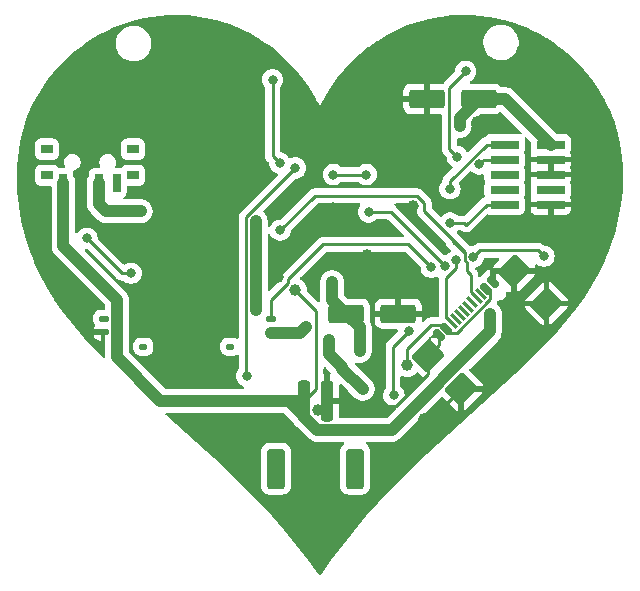
<source format=gbl>
G04 #@! TF.GenerationSoftware,KiCad,Pcbnew,8.0.5*
G04 #@! TF.CreationDate,2024-09-23T19:13:39-07:00*
G04 #@! TF.ProjectId,class 2a,636c6173-7320-4326-912e-6b696361645f,rev?*
G04 #@! TF.SameCoordinates,Original*
G04 #@! TF.FileFunction,Copper,L2,Bot*
G04 #@! TF.FilePolarity,Positive*
%FSLAX46Y46*%
G04 Gerber Fmt 4.6, Leading zero omitted, Abs format (unit mm)*
G04 Created by KiCad (PCBNEW 8.0.5) date 2024-09-23 19:13:39*
%MOMM*%
%LPD*%
G01*
G04 APERTURE LIST*
G04 Aperture macros list*
%AMRoundRect*
0 Rectangle with rounded corners*
0 $1 Rounding radius*
0 $2 $3 $4 $5 $6 $7 $8 $9 X,Y pos of 4 corners*
0 Add a 4 corners polygon primitive as box body*
4,1,4,$2,$3,$4,$5,$6,$7,$8,$9,$2,$3,0*
0 Add four circle primitives for the rounded corners*
1,1,$1+$1,$2,$3*
1,1,$1+$1,$4,$5*
1,1,$1+$1,$6,$7*
1,1,$1+$1,$8,$9*
0 Add four rect primitives between the rounded corners*
20,1,$1+$1,$2,$3,$4,$5,0*
20,1,$1+$1,$4,$5,$6,$7,0*
20,1,$1+$1,$6,$7,$8,$9,0*
20,1,$1+$1,$8,$9,$2,$3,0*%
G04 Aperture macros list end*
G04 #@! TA.AperFunction,SMDPad,CuDef*
%ADD10RoundRect,0.125000X0.225000X0.125000X-0.225000X0.125000X-0.225000X-0.125000X0.225000X-0.125000X0*%
G04 #@! TD*
G04 #@! TA.AperFunction,SMDPad,CuDef*
%ADD11RoundRect,0.125000X0.275000X0.125000X-0.275000X0.125000X-0.275000X-0.125000X0.275000X-0.125000X0*%
G04 #@! TD*
G04 #@! TA.AperFunction,SMDPad,CuDef*
%ADD12RoundRect,0.250000X1.250000X0.550000X-1.250000X0.550000X-1.250000X-0.550000X1.250000X-0.550000X0*%
G04 #@! TD*
G04 #@! TA.AperFunction,SMDPad,CuDef*
%ADD13RoundRect,0.250000X-1.250000X-0.550000X1.250000X-0.550000X1.250000X0.550000X-1.250000X0.550000X0*%
G04 #@! TD*
G04 #@! TA.AperFunction,SMDPad,CuDef*
%ADD14R,1.000000X0.800000*%
G04 #@! TD*
G04 #@! TA.AperFunction,SMDPad,CuDef*
%ADD15R,0.700000X1.500000*%
G04 #@! TD*
G04 #@! TA.AperFunction,SMDPad,CuDef*
%ADD16R,2.400000X0.740000*%
G04 #@! TD*
G04 #@! TA.AperFunction,SMDPad,CuDef*
%ADD17RoundRect,0.250000X0.250000X1.500000X-0.250000X1.500000X-0.250000X-1.500000X0.250000X-1.500000X0*%
G04 #@! TD*
G04 #@! TA.AperFunction,SMDPad,CuDef*
%ADD18RoundRect,0.250001X0.499999X1.449999X-0.499999X1.449999X-0.499999X-1.449999X0.499999X-1.449999X0*%
G04 #@! TD*
G04 #@! TA.AperFunction,SMDPad,CuDef*
%ADD19RoundRect,0.150000X-0.194454X0.406586X-0.406586X0.194454X0.194454X-0.406586X0.406586X-0.194454X0*%
G04 #@! TD*
G04 #@! TA.AperFunction,SMDPad,CuDef*
%ADD20RoundRect,0.075000X-0.300520X0.406586X-0.406586X0.300520X0.300520X-0.406586X0.406586X-0.300520X0*%
G04 #@! TD*
G04 #@! TA.AperFunction,SMDPad,CuDef*
%ADD21RoundRect,0.250000X0.063640X1.124300X-1.124300X-0.063640X-0.063640X-1.124300X1.124300X0.063640X0*%
G04 #@! TD*
G04 #@! TA.AperFunction,ViaPad*
%ADD22C,1.000000*%
G04 #@! TD*
G04 #@! TA.AperFunction,ViaPad*
%ADD23C,0.800000*%
G04 #@! TD*
G04 #@! TA.AperFunction,Conductor*
%ADD24C,1.000000*%
G04 #@! TD*
G04 #@! TA.AperFunction,Conductor*
%ADD25C,0.250000*%
G04 #@! TD*
G04 APERTURE END LIST*
D10*
G04 #@! TO.P,RV1,*
G04 #@! TO.N,*
X139390000Y-90280000D03*
X132020000Y-90280000D03*
D11*
X128690000Y-87910000D03*
G04 #@! TO.P,RV1,1,1*
G04 #@! TO.N,+3V3*
X142790000Y-89090000D03*
G04 #@! TO.P,RV1,2,2*
G04 #@! TO.N,/brightness*
X142800000Y-87900000D03*
G04 #@! TO.P,RV1,3,3*
G04 #@! TO.N,GND*
X128690000Y-89040000D03*
G04 #@! TD*
D12*
G04 #@! TO.P,C6,1*
G04 #@! TO.N,+3V3*
X160400000Y-69300000D03*
G04 #@! TO.P,C6,2*
G04 #@! TO.N,GND*
X156000000Y-69300000D03*
G04 #@! TD*
D13*
G04 #@! TO.P,C5,1*
G04 #@! TO.N,+5V*
X149200000Y-87500000D03*
G04 #@! TO.P,C5,2*
G04 #@! TO.N,GND*
X153600000Y-87500000D03*
G04 #@! TD*
D14*
G04 #@! TO.P,SW1,*
G04 #@! TO.N,*
X123850000Y-73545000D03*
X123850000Y-75755000D03*
X131150000Y-73545000D03*
X131150000Y-75755000D03*
D15*
G04 #@! TO.P,SW1,1,A*
G04 #@! TO.N,/VBat*
X125250000Y-76405000D03*
G04 #@! TO.P,SW1,2,B*
G04 #@! TO.N,/VBat_switched*
X128250000Y-76405000D03*
G04 #@! TO.P,SW1,3*
G04 #@! TO.N,N/C*
X129750000Y-76405000D03*
G04 #@! TD*
D16*
G04 #@! TO.P,J3,1,VTref*
G04 #@! TO.N,+3V3*
X166500000Y-73160000D03*
G04 #@! TO.P,J3,2,SWDIO/TMS*
G04 #@! TO.N,/SWDIO*
X162600000Y-73160000D03*
G04 #@! TO.P,J3,3,GND*
G04 #@! TO.N,GND*
X166500000Y-74430000D03*
G04 #@! TO.P,J3,4,SWDCLK/TCK*
G04 #@! TO.N,/SWCLK*
X162600000Y-74430000D03*
G04 #@! TO.P,J3,5,GND*
G04 #@! TO.N,GND*
X166500000Y-75700000D03*
G04 #@! TO.P,J3,6,SWO/TDO*
G04 #@! TO.N,unconnected-(J3-SWO{slash}TDO-Pad6)*
X162600000Y-75700000D03*
G04 #@! TO.P,J3,7,KEY*
G04 #@! TO.N,unconnected-(J3-KEY-Pad7)*
X166500000Y-76970000D03*
G04 #@! TO.P,J3,8,NC/TDI*
G04 #@! TO.N,unconnected-(J3-NC{slash}TDI-Pad8)*
X162600000Y-76970000D03*
G04 #@! TO.P,J3,9,GNDDetect*
G04 #@! TO.N,GND*
X166500000Y-78240000D03*
G04 #@! TO.P,J3,10,~{RESET}*
G04 #@! TO.N,/~{RST}*
X162600000Y-78240000D03*
G04 #@! TD*
D17*
G04 #@! TO.P,J2,1,Pin_1*
G04 #@! TO.N,GND*
X147600000Y-94850000D03*
G04 #@! TO.P,J2,2,Pin_2*
G04 #@! TO.N,/VBat*
X145600000Y-94850000D03*
D18*
G04 #@! TO.P,J2,MP*
G04 #@! TO.N,N/C*
X149950000Y-100600000D03*
X143250000Y-100600000D03*
G04 #@! TD*
D19*
G04 #@! TO.P,J1,A1,GND*
G04 #@! TO.N,GND*
X161615789Y-84787805D03*
G04 #@! TO.P,J1,A4,VBUS*
G04 #@! TO.N,/VUSB*
X161050103Y-85353491D03*
D20*
G04 #@! TO.P,J1,A5,CC1*
G04 #@! TO.N,Net-(J1-CC1)*
X160236931Y-86166664D03*
G04 #@! TO.P,J1,A6,D+*
G04 #@! TO.N,unconnected-(J1-D+-PadA6)*
X159529824Y-86873770D03*
G04 #@! TO.P,J1,A7,D-*
G04 #@! TO.N,unconnected-(J1-D--PadA7)*
X159176270Y-87227324D03*
G04 #@! TO.P,J1,A8,SBU1*
G04 #@! TO.N,unconnected-(J1-SBU1-PadA8)*
X158469164Y-87934431D03*
D19*
G04 #@! TO.P,J1,A9,VBUS*
G04 #@! TO.N,/VUSB*
X157655991Y-88747603D03*
G04 #@! TO.P,J1,A12,GND*
G04 #@! TO.N,GND*
X157090305Y-89313289D03*
G04 #@! TO.P,J1,B1,GND*
X157090305Y-89313289D03*
G04 #@! TO.P,J1,B4,VBUS*
G04 #@! TO.N,/VUSB*
X157655991Y-88747603D03*
D20*
G04 #@! TO.P,J1,B5,CC2*
G04 #@! TO.N,Net-(J1-CC2)*
X158115610Y-88287984D03*
G04 #@! TO.P,J1,B6,D+*
G04 #@! TO.N,unconnected-(J1-D+-PadB6)*
X158822717Y-87580877D03*
G04 #@! TO.P,J1,B7,D-*
G04 #@! TO.N,unconnected-(J1-D--PadB7)*
X159883377Y-86520217D03*
G04 #@! TO.P,J1,B8,SBU2*
G04 #@! TO.N,unconnected-(J1-SBU2-PadB8)*
X160590484Y-85813110D03*
D19*
G04 #@! TO.P,J1,B9,VBUS*
G04 #@! TO.N,/VUSB*
X161050103Y-85353491D03*
G04 #@! TO.P,J1,B12,GND*
G04 #@! TO.N,GND*
X161615789Y-84787805D03*
D21*
G04 #@! TO.P,J1,S1,SHIELD*
X166151879Y-86622747D03*
X163372949Y-83843818D03*
X158925247Y-93849379D03*
X156146318Y-91070449D03*
G04 #@! TD*
D22*
G04 #@! TO.N,+3V3*
X145805000Y-88600000D03*
X158800000Y-71600000D03*
G04 #@! TO.N,GND*
X136400000Y-81900000D03*
X154885000Y-78393000D03*
X162842579Y-89182516D03*
X167301400Y-79848400D03*
X138450000Y-69200000D03*
X134850000Y-88900000D03*
X150934000Y-82496600D03*
X155807000Y-96417500D03*
X131750000Y-81000000D03*
X148100000Y-78500000D03*
X143400000Y-84400000D03*
X152000000Y-72100000D03*
X145001000Y-80698700D03*
X170081900Y-83212500D03*
X156400000Y-71300000D03*
X160249000Y-71282900D03*
X148250000Y-102500000D03*
X139950000Y-74858600D03*
X146800000Y-95600000D03*
X156000000Y-76400000D03*
X168450000Y-71700000D03*
X132650000Y-71800000D03*
X143007000Y-96467400D03*
G04 #@! TO.N,+5V*
X150338000Y-90641500D03*
X148000000Y-84800000D03*
G04 #@! TO.N,/VBat*
X161380804Y-87533020D03*
X144891000Y-85483700D03*
D23*
G04 #@! TO.N,/LED_Data*
X159311000Y-66963500D03*
X158591000Y-74185700D03*
G04 #@! TO.N,Net-(D4-DOUT)*
X151088000Y-78877000D03*
X157540100Y-83437500D03*
X150900000Y-75700000D03*
X148106000Y-75701700D03*
G04 #@! TO.N,Net-(D4-DIN)*
X153236794Y-94407646D03*
X154512861Y-88930622D03*
G04 #@! TO.N,Net-(D12-DIN)*
X140780000Y-92760700D03*
X144893000Y-75138400D03*
G04 #@! TO.N,Net-(D8-DIN)*
X127244000Y-81086100D03*
X130983000Y-84058000D03*
G04 #@! TO.N,Net-(D11-DIN)*
X143572000Y-74725200D03*
X142964000Y-67674600D03*
D22*
G04 #@! TO.N,/VUSB*
X141540000Y-87196800D03*
X141540000Y-79658300D03*
X148881000Y-92038200D03*
X147700000Y-89700000D03*
X154372251Y-91827825D03*
X150600000Y-93842400D03*
D23*
G04 #@! TO.N,Net-(J1-CC1)*
X143604000Y-80414800D03*
G04 #@! TO.N,/SWDIO*
X157972000Y-76913500D03*
G04 #@! TO.N,/SWCLK*
X160453000Y-74822700D03*
G04 #@! TO.N,/~{RST}*
X157987200Y-79805800D03*
D22*
G04 #@! TO.N,/VBat_switched*
X131800000Y-78800000D03*
D23*
G04 #@! TO.N,/brightness*
X156394000Y-83551200D03*
G04 #@! TO.N,Net-(J1-CC2)*
X159944200Y-82669200D03*
X165945400Y-82621300D03*
X158493900Y-82976900D03*
G04 #@! TD*
D24*
G04 #@! TO.N,+3V3*
X145315000Y-89090000D02*
X145805000Y-88600000D01*
X142790000Y-89090000D02*
X145315000Y-89090000D01*
X158800000Y-71600000D02*
X158800000Y-70900000D01*
X160400000Y-69300000D02*
X162640000Y-69300000D01*
X158800000Y-70900000D02*
X160400000Y-69300000D01*
X162640000Y-69300000D02*
X166500000Y-73160000D01*
D25*
G04 #@! TO.N,GND*
X156146318Y-91070449D02*
X156146318Y-92594138D01*
X156000000Y-76100000D02*
X152000000Y-72100000D01*
X156357126Y-96417500D02*
X158925247Y-93849379D01*
X156000000Y-76400000D02*
X156000000Y-76100000D01*
X156146318Y-92594138D02*
X153440456Y-95300000D01*
X155807000Y-96417500D02*
X156357126Y-96417500D01*
X157090305Y-90126462D02*
X156146318Y-91070449D01*
X147550000Y-94850000D02*
X146800000Y-95600000D01*
X153440456Y-95300000D02*
X150900000Y-95300000D01*
X147600000Y-94850000D02*
X147550000Y-94850000D01*
X157090305Y-89313289D02*
X157090305Y-90126462D01*
D24*
G04 #@! TO.N,+5V*
X148000000Y-86300000D02*
X149200000Y-87500000D01*
X148000000Y-84800000D02*
X148000000Y-86300000D01*
X149200000Y-87500000D02*
X150338000Y-88638000D01*
X150338000Y-88638000D02*
X150338000Y-90641500D01*
D25*
G04 #@! TO.N,/VBat*
X146630000Y-87222400D02*
X144891000Y-85483700D01*
D24*
X144480400Y-94850000D02*
X145600000Y-94850000D01*
D25*
X145600000Y-94850000D02*
X146630000Y-93820000D01*
D24*
X129790000Y-91190000D02*
X133450000Y-94850000D01*
X125250000Y-81755000D02*
X129790000Y-86295000D01*
X144480400Y-95048167D02*
X146758133Y-97325900D01*
X144480400Y-94850000D02*
X144480400Y-95048167D01*
X129790000Y-86295000D02*
X129790000Y-91190000D01*
X153040826Y-97325900D02*
X161380804Y-88985922D01*
X146758133Y-97325900D02*
X153040826Y-97325900D01*
X133450000Y-94850000D02*
X144480400Y-94850000D01*
D25*
X146630000Y-93820000D02*
X146630000Y-87222400D01*
D24*
X161380804Y-88985922D02*
X161380804Y-87533020D01*
X125250000Y-76405000D02*
X125250000Y-81755000D01*
D25*
G04 #@! TO.N,/LED_Data*
X158591000Y-74185700D02*
X157935000Y-73529800D01*
X157935000Y-73529800D02*
X157935000Y-68340000D01*
X157935000Y-68340000D02*
X159311000Y-66963500D01*
G04 #@! TO.N,Net-(D4-DOUT)*
X148108000Y-75700000D02*
X148106000Y-75701700D01*
X152994000Y-78877000D02*
X157368000Y-83250900D01*
X150900000Y-75700000D02*
X148108000Y-75700000D01*
X151088000Y-78877000D02*
X152994000Y-78877000D01*
X157368000Y-83250900D02*
X157540100Y-83423000D01*
X157540100Y-83423000D02*
X157540100Y-83437500D01*
G04 #@! TO.N,Net-(D4-DIN)*
X153150000Y-94320852D02*
X153236794Y-94407646D01*
X153150000Y-90293483D02*
X153150000Y-94320852D01*
X154512861Y-88930622D02*
X153150000Y-90293483D01*
G04 #@! TO.N,Net-(D12-DIN)*
X140715000Y-92695300D02*
X140780000Y-92760700D01*
X140715000Y-79316500D02*
X140715000Y-92695300D01*
X144893000Y-75138400D02*
X140715000Y-79316500D01*
G04 #@! TO.N,Net-(D8-DIN)*
X130216000Y-84058000D02*
X130983000Y-84058000D01*
X127244000Y-81086100D02*
X130216000Y-84058000D01*
G04 #@! TO.N,Net-(D11-DIN)*
X143572000Y-74725200D02*
X142964000Y-74117400D01*
X142964000Y-74117400D02*
X142964000Y-67674600D01*
G04 #@! TO.N,/VUSB*
X161398540Y-85701928D02*
X161398540Y-86277846D01*
X161398540Y-86277846D02*
X158580346Y-89096040D01*
D24*
X148881000Y-92123300D02*
X150600000Y-93842400D01*
D25*
X157655991Y-88747603D02*
X157337152Y-88428764D01*
D24*
X147700000Y-90857300D02*
X148881000Y-92038200D01*
X141540000Y-79658300D02*
X141540000Y-87196800D01*
D25*
X157337152Y-88428764D02*
X156383840Y-88428764D01*
D24*
X147700000Y-89700000D02*
X147700000Y-90857300D01*
D25*
X161050103Y-85353491D02*
X161398540Y-85701928D01*
X156383840Y-88428764D02*
X154372251Y-90440353D01*
X158004428Y-89096040D02*
X157655991Y-88747603D01*
X158580346Y-89096040D02*
X158004428Y-89096040D01*
D24*
X148881000Y-92038200D02*
X148881000Y-92123300D01*
D25*
X154372251Y-90440353D02*
X154372251Y-91827825D01*
G04 #@! TO.N,Net-(J1-CC1)*
X159229000Y-82216900D02*
X158273400Y-81261300D01*
X160236900Y-86166400D02*
X160236900Y-86166700D01*
X158273400Y-81431800D02*
X159219100Y-82377500D01*
X146518000Y-77500000D02*
X143604000Y-80414800D01*
X159422400Y-83900000D02*
X159744400Y-84222000D01*
X159219100Y-82377500D02*
X159219100Y-82969500D01*
X155800000Y-78788000D02*
X155800000Y-78070700D01*
X155800000Y-78070700D02*
X155229000Y-77500000D01*
X159219100Y-82969500D02*
X159422400Y-83172800D01*
X155229000Y-77500000D02*
X146518000Y-77500000D01*
X159744400Y-84222000D02*
X159744400Y-85673900D01*
X159422400Y-83172800D02*
X159422400Y-83900000D01*
X158273400Y-81261300D02*
X158273400Y-81431800D01*
X159744400Y-85673900D02*
X160236900Y-86166400D01*
X158273400Y-81261300D02*
X155800000Y-78788000D01*
G04 #@! TO.N,/SWDIO*
X161075000Y-73160000D02*
X157972000Y-76262600D01*
X162600000Y-73160000D02*
X161075000Y-73160000D01*
X157972000Y-76262600D02*
X157972000Y-76913500D01*
G04 #@! TO.N,/SWCLK*
X162600000Y-74430000D02*
X160846000Y-74430000D01*
X160846000Y-74430000D02*
X160453000Y-74822700D01*
G04 #@! TO.N,/~{RST}*
X157987200Y-79805800D02*
X159197300Y-79805800D01*
X159197300Y-79805800D02*
X159353000Y-79961500D01*
X162600000Y-78240000D02*
X161075000Y-78240000D01*
X161075000Y-78240000D02*
X159353000Y-79961500D01*
D24*
G04 #@! TO.N,/VBat_switched*
X128250000Y-78155000D02*
X128895000Y-78800000D01*
X128895000Y-78800000D02*
X131800000Y-78800000D01*
X128250000Y-76405000D02*
X128250000Y-78155000D01*
D25*
G04 #@! TO.N,/brightness*
X144275000Y-84862400D02*
X144275000Y-84571200D01*
X144275000Y-84571200D02*
X147223000Y-81623500D01*
X153969000Y-81623500D02*
X154466300Y-81623500D01*
X147223000Y-81623500D02*
X153969000Y-81623500D01*
X154466300Y-81623500D02*
X156394000Y-83551200D01*
X142800000Y-87900000D02*
X142800000Y-86337400D01*
X142800000Y-86337400D02*
X144275000Y-84862400D01*
G04 #@! TO.N,Net-(J1-CC2)*
X158115600Y-88288000D02*
X157637900Y-87810300D01*
X160489000Y-82124400D02*
X165448500Y-82124400D01*
X158493900Y-83603800D02*
X158493900Y-82976900D01*
X157637900Y-84459800D02*
X158493900Y-83603800D01*
X165448500Y-82124400D02*
X165945400Y-82621300D01*
X159944200Y-82669200D02*
X160489000Y-82124400D01*
X157637900Y-87810300D02*
X157637900Y-84459800D01*
G04 #@! TD*
G04 #@! TA.AperFunction,Conductor*
G04 #@! TO.N,GND*
G36*
X134797140Y-62190703D02*
G01*
X135297759Y-62199958D01*
X135302258Y-62200125D01*
X135796959Y-62227598D01*
X135801493Y-62227933D01*
X136291179Y-62273320D01*
X136295638Y-62273817D01*
X136779908Y-62336776D01*
X136784392Y-62337443D01*
X137262998Y-62417649D01*
X137267435Y-62418477D01*
X137740044Y-62515600D01*
X137744414Y-62516582D01*
X138210691Y-62630282D01*
X138215024Y-62631422D01*
X138674695Y-62761381D01*
X138678960Y-62762671D01*
X139131702Y-62908558D01*
X139135860Y-62909981D01*
X139581352Y-63071464D01*
X139585483Y-63073045D01*
X139651028Y-63099500D01*
X140023397Y-63249791D01*
X140027470Y-63251521D01*
X140155987Y-63308805D01*
X140457475Y-63443190D01*
X140461390Y-63445019D01*
X140824283Y-63622487D01*
X140883203Y-63651301D01*
X140887099Y-63653291D01*
X141182583Y-63810979D01*
X141300392Y-63873849D01*
X141304208Y-63875973D01*
X141708623Y-64110454D01*
X141712340Y-64112697D01*
X142107645Y-64360821D01*
X142111228Y-64363159D01*
X142357324Y-64529898D01*
X142497008Y-64624539D01*
X142500543Y-64627024D01*
X142625363Y-64718097D01*
X142874129Y-64899606D01*
X142876561Y-64901380D01*
X142879998Y-64903981D01*
X143245860Y-65190929D01*
X143249193Y-65193637D01*
X143604660Y-65492912D01*
X143607856Y-65495698D01*
X143952556Y-65806922D01*
X143955654Y-65809817D01*
X144114520Y-65963553D01*
X144289281Y-66132671D01*
X144292309Y-66135704D01*
X144614526Y-66469840D01*
X144617447Y-66472976D01*
X144927936Y-66818059D01*
X144930749Y-66821296D01*
X145050063Y-66963500D01*
X145159896Y-67094405D01*
X145229215Y-67177022D01*
X145231911Y-67180351D01*
X145515330Y-67542930D01*
X145518036Y-67546391D01*
X145520616Y-67549813D01*
X145561393Y-67605883D01*
X145794053Y-67925800D01*
X145796527Y-67929329D01*
X145843920Y-67999500D01*
X146055501Y-68312769D01*
X146056974Y-68314949D01*
X146059322Y-68318560D01*
X146298030Y-68700013D01*
X146306472Y-68713502D01*
X146308707Y-68717216D01*
X146542233Y-69121134D01*
X146544344Y-69124939D01*
X146763897Y-69537447D01*
X146765882Y-69541339D01*
X146972158Y-69964174D01*
X146972158Y-69964173D01*
X146972159Y-69964175D01*
X147005072Y-69899986D01*
X154000001Y-69899986D01*
X154010494Y-70002697D01*
X154065641Y-70169119D01*
X154065643Y-70169124D01*
X154157684Y-70318345D01*
X154281654Y-70442315D01*
X154430875Y-70534356D01*
X154430880Y-70534358D01*
X154597302Y-70589505D01*
X154597309Y-70589506D01*
X154700019Y-70599999D01*
X155749999Y-70599999D01*
X155750000Y-70599998D01*
X155750000Y-69550000D01*
X154000001Y-69550000D01*
X154000001Y-69899986D01*
X147005072Y-69899986D01*
X147402689Y-69124529D01*
X147406861Y-69117048D01*
X147658903Y-68700013D01*
X154000000Y-68700013D01*
X154000000Y-69050000D01*
X155750000Y-69050000D01*
X155750000Y-68000000D01*
X154700028Y-68000000D01*
X154700012Y-68000001D01*
X154597302Y-68010494D01*
X154430880Y-68065641D01*
X154430875Y-68065643D01*
X154281654Y-68157684D01*
X154157684Y-68281654D01*
X154065646Y-68430872D01*
X154065641Y-68430880D01*
X154010494Y-68597302D01*
X154010493Y-68597309D01*
X154000000Y-68700013D01*
X147658903Y-68700013D01*
X147890717Y-68316447D01*
X147895409Y-68309260D01*
X148432051Y-67546419D01*
X148437209Y-67539601D01*
X149024091Y-66817131D01*
X149029698Y-66810696D01*
X149217367Y-66609742D01*
X149664326Y-66131143D01*
X149670353Y-66125120D01*
X150350188Y-65491089D01*
X150356611Y-65485501D01*
X151079102Y-64899596D01*
X151085951Y-64894425D01*
X151816265Y-64381902D01*
X160799500Y-64381902D01*
X160799500Y-64618097D01*
X160836446Y-64851368D01*
X160909433Y-65075996D01*
X160967995Y-65190929D01*
X161016657Y-65286433D01*
X161155483Y-65477510D01*
X161322490Y-65644517D01*
X161513567Y-65783343D01*
X161612991Y-65834002D01*
X161724003Y-65890566D01*
X161724005Y-65890566D01*
X161724008Y-65890568D01*
X161844412Y-65929689D01*
X161948631Y-65963553D01*
X162181903Y-66000500D01*
X162181908Y-66000500D01*
X162418097Y-66000500D01*
X162651368Y-65963553D01*
X162875992Y-65890568D01*
X163086433Y-65783343D01*
X163277510Y-65644517D01*
X163444517Y-65477510D01*
X163583343Y-65286433D01*
X163690568Y-65075992D01*
X163763553Y-64851368D01*
X163784662Y-64718092D01*
X163800500Y-64618097D01*
X163800500Y-64381902D01*
X163763553Y-64148631D01*
X163690566Y-63924003D01*
X163583342Y-63713566D01*
X163444517Y-63522490D01*
X163277510Y-63355483D01*
X163086433Y-63216657D01*
X163072253Y-63209432D01*
X162875996Y-63109433D01*
X162651368Y-63036446D01*
X162418097Y-62999500D01*
X162418092Y-62999500D01*
X162181908Y-62999500D01*
X162181903Y-62999500D01*
X161948631Y-63036446D01*
X161724003Y-63109433D01*
X161513566Y-63216657D01*
X161404550Y-63295862D01*
X161322490Y-63355483D01*
X161322488Y-63355485D01*
X161322487Y-63355485D01*
X161155485Y-63522487D01*
X161155485Y-63522488D01*
X161155483Y-63522490D01*
X161095862Y-63604550D01*
X161016657Y-63713566D01*
X160909433Y-63924003D01*
X160836446Y-64148631D01*
X160799500Y-64381902D01*
X151816265Y-64381902D01*
X151848567Y-64359233D01*
X151855804Y-64354523D01*
X152655997Y-63872638D01*
X152663584Y-63868426D01*
X153498851Y-63442412D01*
X153506786Y-63438712D01*
X154374610Y-63071150D01*
X154382854Y-63068002D01*
X155280677Y-62761484D01*
X155289227Y-62758906D01*
X156214567Y-62516002D01*
X156223358Y-62514034D01*
X157173661Y-62337334D01*
X157182657Y-62336001D01*
X158155521Y-62228074D01*
X158164585Y-62227405D01*
X159158233Y-62190823D01*
X159165899Y-62190780D01*
X159852478Y-62208147D01*
X159858721Y-62208463D01*
X160536991Y-62260056D01*
X160543205Y-62260688D01*
X161211566Y-62345641D01*
X161217710Y-62346579D01*
X161875388Y-62464054D01*
X161881463Y-62465296D01*
X162103654Y-62516587D01*
X162527612Y-62614453D01*
X162533598Y-62615993D01*
X162585788Y-62630815D01*
X163167403Y-62795995D01*
X163173238Y-62797810D01*
X163504759Y-62909993D01*
X163793803Y-63007802D01*
X163799541Y-63009902D01*
X164406121Y-63249073D01*
X164411703Y-63251433D01*
X165003403Y-63518929D01*
X165008837Y-63521547D01*
X165266094Y-63653297D01*
X165584817Y-63816526D01*
X165590098Y-63819394D01*
X166149539Y-64141028D01*
X166154650Y-64144133D01*
X166696695Y-64491575D01*
X166701624Y-64494904D01*
X167225440Y-64867321D01*
X167230183Y-64870867D01*
X167734938Y-65267428D01*
X167739506Y-65271196D01*
X167872579Y-65386433D01*
X168224335Y-65691042D01*
X168228687Y-65694997D01*
X168228706Y-65695015D01*
X168692747Y-66137289D01*
X168696927Y-66141467D01*
X169139379Y-66605365D01*
X169139390Y-66605376D01*
X169143359Y-66609742D01*
X169319895Y-66813457D01*
X169563360Y-67094405D01*
X169567131Y-67098973D01*
X169963828Y-67603545D01*
X169967383Y-67608296D01*
X170241270Y-67993255D01*
X170339947Y-68131950D01*
X170343284Y-68136886D01*
X170690891Y-68678810D01*
X170693983Y-68683897D01*
X170947724Y-69124939D01*
X171015757Y-69243191D01*
X171018627Y-69248473D01*
X171313741Y-69824320D01*
X171316366Y-69829765D01*
X171583979Y-70421323D01*
X171586348Y-70426921D01*
X171825625Y-71033359D01*
X171827728Y-71039100D01*
X172037824Y-71659565D01*
X172039652Y-71665438D01*
X172219737Y-72299117D01*
X172221279Y-72305106D01*
X172322225Y-72742123D01*
X172364647Y-72925782D01*
X172370510Y-72951162D01*
X172371756Y-72957249D01*
X172386103Y-73037516D01*
X172489292Y-73614856D01*
X172490235Y-73621028D01*
X172575233Y-74289332D01*
X172575866Y-74295566D01*
X172627484Y-74973755D01*
X172627802Y-74980029D01*
X172645183Y-75666759D01*
X172645151Y-75674109D01*
X172599725Y-77010499D01*
X172599128Y-77019149D01*
X172465604Y-78299431D01*
X172464372Y-78308197D01*
X172246745Y-79536763D01*
X172244882Y-79545454D01*
X171947115Y-80726260D01*
X171944670Y-80734686D01*
X171570690Y-81871623D01*
X171567757Y-81879607D01*
X171121430Y-82976623D01*
X171118131Y-82984027D01*
X170603345Y-84044895D01*
X170599824Y-84051620D01*
X170020393Y-85080232D01*
X170016789Y-85086227D01*
X169376601Y-86086284D01*
X169373047Y-86091536D01*
X168676669Y-87065806D01*
X168671707Y-87072286D01*
X167121417Y-88964493D01*
X167115752Y-88970939D01*
X165385869Y-90807048D01*
X165381665Y-90811300D01*
X163502961Y-92621936D01*
X163500184Y-92624531D01*
X155138115Y-100203204D01*
X152998284Y-102328601D01*
X152998258Y-102328628D01*
X150902732Y-104605953D01*
X148883404Y-107065143D01*
X148883402Y-107065147D01*
X147912304Y-108372270D01*
X147072028Y-109591297D01*
X147017774Y-109635323D01*
X146948330Y-109643027D01*
X146885745Y-109611964D01*
X146869385Y-109593491D01*
X145982884Y-108365177D01*
X145982880Y-108365171D01*
X144968726Y-107054643D01*
X143933484Y-105800392D01*
X142880838Y-104598360D01*
X142880829Y-104598350D01*
X140738086Y-102334742D01*
X140731756Y-102328601D01*
X138569902Y-100231289D01*
X138569894Y-100231282D01*
X138569888Y-100231276D01*
X137305735Y-99099984D01*
X141999500Y-99099984D01*
X141999500Y-102100015D01*
X142010000Y-102202795D01*
X142010001Y-102202796D01*
X142065186Y-102369335D01*
X142065187Y-102369337D01*
X142157286Y-102518651D01*
X142157289Y-102518655D01*
X142281344Y-102642710D01*
X142281348Y-102642713D01*
X142430662Y-102734812D01*
X142430664Y-102734813D01*
X142430666Y-102734814D01*
X142597203Y-102789999D01*
X142699992Y-102800500D01*
X142699997Y-102800500D01*
X143800003Y-102800500D01*
X143800008Y-102800500D01*
X143902797Y-102789999D01*
X144069334Y-102734814D01*
X144218655Y-102642711D01*
X144342711Y-102518655D01*
X144434814Y-102369334D01*
X144489999Y-102202797D01*
X144500500Y-102100008D01*
X144500500Y-99099992D01*
X144489999Y-98997203D01*
X144434814Y-98830666D01*
X144342711Y-98681345D01*
X144218655Y-98557289D01*
X144218651Y-98557286D01*
X144069337Y-98465187D01*
X144069335Y-98465186D01*
X143978314Y-98435025D01*
X143902797Y-98410001D01*
X143902795Y-98410000D01*
X143800015Y-98399500D01*
X143800008Y-98399500D01*
X142699992Y-98399500D01*
X142699984Y-98399500D01*
X142597204Y-98410000D01*
X142597203Y-98410001D01*
X142430664Y-98465186D01*
X142430662Y-98465187D01*
X142281348Y-98557286D01*
X142281344Y-98557289D01*
X142157289Y-98681344D01*
X142157286Y-98681348D01*
X142065187Y-98830662D01*
X142065186Y-98830664D01*
X142010001Y-98997203D01*
X142010000Y-98997204D01*
X141999500Y-99099984D01*
X137305735Y-99099984D01*
X133916443Y-96066902D01*
X133879613Y-96007528D01*
X133880731Y-95937667D01*
X133919440Y-95879500D01*
X133983452Y-95851496D01*
X133999134Y-95850500D01*
X143816451Y-95850500D01*
X143883490Y-95870185D01*
X143904132Y-95886819D01*
X144633769Y-96616456D01*
X144663792Y-96665127D01*
X144665186Y-96669334D01*
X144757288Y-96818656D01*
X144881344Y-96942712D01*
X145030666Y-97034814D01*
X145034864Y-97036205D01*
X145083544Y-97066231D01*
X145977868Y-97960555D01*
X145977897Y-97960586D01*
X146120347Y-98103036D01*
X146120351Y-98103039D01*
X146284212Y-98212528D01*
X146284225Y-98212535D01*
X146412966Y-98265861D01*
X146455877Y-98283635D01*
X146466297Y-98287951D01*
X146562945Y-98307175D01*
X146611268Y-98316787D01*
X146659591Y-98326400D01*
X148918437Y-98326400D01*
X148985476Y-98346085D01*
X149031231Y-98398889D01*
X149041175Y-98468047D01*
X149012150Y-98531603D01*
X148983537Y-98555937D01*
X148981344Y-98557289D01*
X148857289Y-98681344D01*
X148857286Y-98681348D01*
X148765187Y-98830662D01*
X148765186Y-98830664D01*
X148710001Y-98997203D01*
X148710000Y-98997204D01*
X148699500Y-99099984D01*
X148699500Y-102100015D01*
X148710000Y-102202795D01*
X148710001Y-102202796D01*
X148765186Y-102369335D01*
X148765187Y-102369337D01*
X148857286Y-102518651D01*
X148857289Y-102518655D01*
X148981344Y-102642710D01*
X148981348Y-102642713D01*
X149130662Y-102734812D01*
X149130664Y-102734813D01*
X149130666Y-102734814D01*
X149297203Y-102789999D01*
X149399992Y-102800500D01*
X149399997Y-102800500D01*
X150500003Y-102800500D01*
X150500008Y-102800500D01*
X150602797Y-102789999D01*
X150769334Y-102734814D01*
X150918655Y-102642711D01*
X151042711Y-102518655D01*
X151134814Y-102369334D01*
X151189999Y-102202797D01*
X151200500Y-102100008D01*
X151200500Y-99099992D01*
X151189999Y-98997203D01*
X151134814Y-98830666D01*
X151042711Y-98681345D01*
X150918655Y-98557289D01*
X150916462Y-98555936D01*
X150915275Y-98554617D01*
X150912988Y-98552808D01*
X150913297Y-98552417D01*
X150869740Y-98503988D01*
X150858520Y-98435025D01*
X150886365Y-98370944D01*
X150944435Y-98332089D01*
X150981563Y-98326400D01*
X153139368Y-98326400D01*
X153158696Y-98322555D01*
X153236014Y-98307175D01*
X153332662Y-98287951D01*
X153385991Y-98265861D01*
X153514740Y-98212532D01*
X153678608Y-98103039D01*
X153817965Y-97963682D01*
X153817966Y-97963679D01*
X153825032Y-97956614D01*
X153825035Y-97956610D01*
X157216778Y-94564866D01*
X157278099Y-94531383D01*
X157347791Y-94536367D01*
X157392138Y-94564868D01*
X158366610Y-95539340D01*
X158366631Y-95539359D01*
X158446662Y-95604555D01*
X158446671Y-95604561D01*
X158603345Y-95683245D01*
X158675247Y-95700285D01*
X158675247Y-95655433D01*
X159175247Y-95655433D01*
X159276543Y-95604561D01*
X159276546Y-95604559D01*
X159356583Y-95539360D01*
X159356598Y-95539347D01*
X160615208Y-94280736D01*
X160615227Y-94280715D01*
X160680423Y-94200684D01*
X160680429Y-94200675D01*
X160731302Y-94099379D01*
X159175247Y-94099379D01*
X159175247Y-95655433D01*
X158675247Y-95655433D01*
X158675247Y-93723379D01*
X158694932Y-93656340D01*
X158747736Y-93610585D01*
X158799247Y-93599379D01*
X160776154Y-93599379D01*
X160776155Y-93599378D01*
X160759115Y-93527481D01*
X160680427Y-93370800D01*
X160615228Y-93290763D01*
X160615214Y-93290747D01*
X159640736Y-92316269D01*
X159607251Y-92254946D01*
X159612235Y-92185254D01*
X159640732Y-92140912D01*
X162018582Y-89763063D01*
X162018586Y-89763061D01*
X162157943Y-89623704D01*
X162267436Y-89459836D01*
X162326209Y-89317944D01*
X162327316Y-89315273D01*
X162337784Y-89290000D01*
X162342855Y-89277758D01*
X162366747Y-89157646D01*
X162377560Y-89103286D01*
X162381304Y-89084465D01*
X162381304Y-87588264D01*
X162381901Y-87576110D01*
X162382434Y-87570702D01*
X162386145Y-87533020D01*
X162381901Y-87489927D01*
X162381304Y-87477774D01*
X162381304Y-87434478D01*
X162378921Y-87422500D01*
X162372856Y-87392010D01*
X162371072Y-87379981D01*
X162366828Y-87336889D01*
X162366828Y-87336888D01*
X162354252Y-87295434D01*
X162351303Y-87283660D01*
X162342855Y-87241185D01*
X162326284Y-87201180D01*
X162322186Y-87189726D01*
X162322132Y-87189547D01*
X162309618Y-87148293D01*
X162289208Y-87110111D01*
X162284005Y-87099110D01*
X162267436Y-87059106D01*
X162243376Y-87023098D01*
X162237120Y-87012660D01*
X162216715Y-86974484D01*
X162216714Y-86974482D01*
X162189242Y-86941008D01*
X162181998Y-86931239D01*
X162157944Y-86895239D01*
X162157940Y-86895234D01*
X162135452Y-86872747D01*
X164300971Y-86872747D01*
X164318010Y-86944644D01*
X164396698Y-87101325D01*
X164461897Y-87181362D01*
X164461910Y-87181377D01*
X165593242Y-88312708D01*
X165593263Y-88312727D01*
X165673294Y-88377923D01*
X165673303Y-88377929D01*
X165829977Y-88456613D01*
X165901879Y-88473653D01*
X165901879Y-88428801D01*
X166401879Y-88428801D01*
X166503175Y-88377929D01*
X166503178Y-88377927D01*
X166583215Y-88312728D01*
X166583230Y-88312715D01*
X167841840Y-87054104D01*
X167841859Y-87054083D01*
X167907055Y-86974052D01*
X167907061Y-86974043D01*
X167957934Y-86872747D01*
X166401879Y-86872747D01*
X166401879Y-88428801D01*
X165901879Y-88428801D01*
X165901879Y-86872747D01*
X164300971Y-86872747D01*
X162135452Y-86872747D01*
X162127324Y-86864619D01*
X162119150Y-86855601D01*
X162091688Y-86822138D01*
X162058220Y-86794671D01*
X162049205Y-86786499D01*
X162018591Y-86755885D01*
X162018580Y-86755876D01*
X161992012Y-86738123D01*
X161947208Y-86684510D01*
X161938502Y-86615185D01*
X161951555Y-86576554D01*
X161952844Y-86574142D01*
X161952851Y-86574132D01*
X162000003Y-86460298D01*
X162003551Y-86442456D01*
X162035936Y-86380547D01*
X162049635Y-86372746D01*
X164345824Y-86372746D01*
X164345824Y-86372747D01*
X165901879Y-86372747D01*
X166401879Y-86372747D01*
X168002786Y-86372747D01*
X168002787Y-86372746D01*
X167985747Y-86300849D01*
X167907059Y-86144168D01*
X167841860Y-86064131D01*
X167841845Y-86064114D01*
X166710515Y-84932785D01*
X166710494Y-84932766D01*
X166630463Y-84867570D01*
X166630457Y-84867566D01*
X166473776Y-84788878D01*
X166401879Y-84771838D01*
X166401879Y-86372747D01*
X165901879Y-86372747D01*
X165901879Y-84816691D01*
X165901878Y-84816691D01*
X165800585Y-84867562D01*
X165800579Y-84867566D01*
X165720542Y-84932765D01*
X165720527Y-84932778D01*
X164461917Y-86191389D01*
X164461898Y-86191410D01*
X164396702Y-86271441D01*
X164396696Y-86271450D01*
X164345824Y-86372746D01*
X162049635Y-86372746D01*
X162096651Y-86345972D01*
X162125169Y-86342648D01*
X162232489Y-86342648D01*
X162232491Y-86342648D01*
X162378860Y-86303429D01*
X162510090Y-86227663D01*
X162617240Y-86120513D01*
X162693006Y-85989283D01*
X162732225Y-85842914D01*
X162732225Y-85718601D01*
X162751910Y-85651562D01*
X162804714Y-85605807D01*
X162873872Y-85595863D01*
X162911875Y-85607790D01*
X163051047Y-85677684D01*
X163122949Y-85694724D01*
X163122949Y-85649872D01*
X163622949Y-85649872D01*
X163724245Y-85599000D01*
X163724248Y-85598998D01*
X163804285Y-85533799D01*
X163804300Y-85533786D01*
X165062910Y-84275175D01*
X165062929Y-84275154D01*
X165128125Y-84195123D01*
X165128131Y-84195114D01*
X165179004Y-84093818D01*
X163622949Y-84093818D01*
X163622949Y-85649872D01*
X163122949Y-85649872D01*
X163122949Y-84093818D01*
X161865789Y-84093818D01*
X161865789Y-84737737D01*
X161846104Y-84804776D01*
X161793300Y-84850531D01*
X161724142Y-84860475D01*
X161660586Y-84831450D01*
X161654108Y-84825418D01*
X161402108Y-84573418D01*
X161368623Y-84512095D01*
X161365789Y-84485737D01*
X161365789Y-83731218D01*
X161339216Y-83731218D01*
X161180158Y-83772058D01*
X161180152Y-83772060D01*
X161036240Y-83851177D01*
X161036233Y-83851181D01*
X161008135Y-83875179D01*
X161008125Y-83875188D01*
X160703172Y-84180141D01*
X160703163Y-84180151D01*
X160679164Y-84208250D01*
X160679161Y-84208255D01*
X160622963Y-84310476D01*
X160574043Y-84359397D01*
X160553641Y-84370614D01*
X160485411Y-84385663D01*
X160419877Y-84361435D01*
X160377844Y-84305623D01*
X160369900Y-84261954D01*
X160369900Y-84160393D01*
X160369899Y-84160389D01*
X160364239Y-84131933D01*
X160345863Y-84039548D01*
X160316946Y-83969737D01*
X160314607Y-83964091D01*
X160298713Y-83925717D01*
X160298712Y-83925716D01*
X160298712Y-83925715D01*
X160274265Y-83889128D01*
X160274265Y-83889127D01*
X160230261Y-83823271D01*
X160230255Y-83823263D01*
X160149075Y-83742083D01*
X160115590Y-83680760D01*
X160120574Y-83611068D01*
X160162446Y-83555135D01*
X160210975Y-83533113D01*
X160224003Y-83530344D01*
X160396930Y-83453351D01*
X160550071Y-83342088D01*
X160676733Y-83201416D01*
X160771379Y-83037484D01*
X160829874Y-82857456D01*
X160829874Y-82857454D01*
X160829875Y-82857452D01*
X160831227Y-82851094D01*
X160833372Y-82851550D01*
X160856087Y-82796331D01*
X160913382Y-82756342D01*
X160952829Y-82749900D01*
X162046185Y-82749900D01*
X162113224Y-82769585D01*
X162158979Y-82822389D01*
X162168923Y-82891547D01*
X162139898Y-82955103D01*
X162133866Y-82961581D01*
X161682987Y-83412460D01*
X161682968Y-83412481D01*
X161617772Y-83492512D01*
X161617766Y-83492521D01*
X161566894Y-83593818D01*
X165223856Y-83593818D01*
X165223857Y-83593817D01*
X165206817Y-83521920D01*
X165179361Y-83467251D01*
X165166865Y-83398508D01*
X165193518Y-83333921D01*
X165250858Y-83293997D01*
X165320679Y-83291411D01*
X165363057Y-83311282D01*
X165492665Y-83405448D01*
X165492670Y-83405451D01*
X165665592Y-83482442D01*
X165665597Y-83482444D01*
X165850754Y-83521800D01*
X165850755Y-83521800D01*
X166040044Y-83521800D01*
X166040046Y-83521800D01*
X166225203Y-83482444D01*
X166398130Y-83405451D01*
X166551271Y-83294188D01*
X166677933Y-83153516D01*
X166772579Y-82989584D01*
X166831074Y-82809556D01*
X166850860Y-82621300D01*
X166831074Y-82433044D01*
X166772579Y-82253016D01*
X166677933Y-82089084D01*
X166551271Y-81948412D01*
X166551270Y-81948411D01*
X166398134Y-81837151D01*
X166398129Y-81837148D01*
X166225207Y-81760157D01*
X166225202Y-81760155D01*
X166074301Y-81728081D01*
X166040046Y-81720800D01*
X166040045Y-81720800D01*
X165980853Y-81720800D01*
X165913814Y-81701115D01*
X165893171Y-81684480D01*
X165847236Y-81638544D01*
X165847233Y-81638541D01*
X165796009Y-81604315D01*
X165744787Y-81570089D01*
X165744786Y-81570088D01*
X165744783Y-81570086D01*
X165744780Y-81570085D01*
X165664292Y-81536747D01*
X165630953Y-81522937D01*
X165620927Y-81520943D01*
X165570529Y-81510918D01*
X165510110Y-81498900D01*
X165510107Y-81498900D01*
X165510106Y-81498900D01*
X160556741Y-81498900D01*
X160556721Y-81498899D01*
X160550607Y-81498899D01*
X160427394Y-81498899D01*
X160326597Y-81518948D01*
X160326592Y-81518948D01*
X160306549Y-81522936D01*
X160306547Y-81522936D01*
X160259397Y-81542467D01*
X160192719Y-81570085D01*
X160192717Y-81570086D01*
X160090268Y-81638540D01*
X160044329Y-81684480D01*
X159996426Y-81732382D01*
X159935106Y-81765866D01*
X159908747Y-81768700D01*
X159849552Y-81768700D01*
X159763525Y-81786984D01*
X159693858Y-81781666D01*
X159650065Y-81753374D01*
X158766328Y-80869638D01*
X158766326Y-80869635D01*
X158763588Y-80866897D01*
X158763568Y-80866875D01*
X158727030Y-80830338D01*
X158727025Y-80830334D01*
X158669046Y-80772354D01*
X158669000Y-80772311D01*
X158569645Y-80672960D01*
X158536158Y-80611638D01*
X158541141Y-80541946D01*
X158583012Y-80486011D01*
X158584398Y-80484988D01*
X158593071Y-80478688D01*
X158598796Y-80472330D01*
X158658282Y-80435680D01*
X158690948Y-80431300D01*
X158892621Y-80431300D01*
X158959660Y-80450985D01*
X158961501Y-80452191D01*
X159005649Y-80481691D01*
X159005660Y-80481703D01*
X159005663Y-80481700D01*
X159056634Y-80515769D01*
X159056638Y-80515770D01*
X159056708Y-80515808D01*
X159056714Y-80515812D01*
X159056755Y-80515829D01*
X159114766Y-80539857D01*
X159114765Y-80539858D01*
X159114775Y-80539861D01*
X159170461Y-80562936D01*
X159170463Y-80562936D01*
X159170496Y-80562950D01*
X159170511Y-80562954D01*
X159170542Y-80562960D01*
X159170549Y-80562963D01*
X159232150Y-80575216D01*
X159232163Y-80575222D01*
X159232164Y-80575219D01*
X159291307Y-80586992D01*
X159291389Y-80587000D01*
X159291393Y-80587000D01*
X159352909Y-80587000D01*
X159414509Y-80587009D01*
X159414509Y-80587008D01*
X159414516Y-80587009D01*
X159414524Y-80587007D01*
X159414593Y-80587000D01*
X159414607Y-80587000D01*
X159476301Y-80574728D01*
X159476316Y-80574729D01*
X159476316Y-80574725D01*
X159476318Y-80574725D01*
X159535364Y-80562989D01*
X159535373Y-80562984D01*
X159535393Y-80562981D01*
X159535437Y-80562968D01*
X159535447Y-80562963D01*
X159535451Y-80562963D01*
X159583363Y-80543117D01*
X159592760Y-80539225D01*
X159592777Y-80539218D01*
X159611257Y-80531566D01*
X159649205Y-80515855D01*
X159649209Y-80515851D01*
X159649219Y-80515848D01*
X159649263Y-80515825D01*
X159649278Y-80515814D01*
X159649285Y-80515812D01*
X159698612Y-80482852D01*
X159751663Y-80447415D01*
X159751664Y-80447413D01*
X159751707Y-80447385D01*
X159751861Y-80447228D01*
X159793002Y-80406086D01*
X159793017Y-80406078D01*
X159793014Y-80406075D01*
X159972597Y-80226544D01*
X161092595Y-79106870D01*
X161153921Y-79073396D01*
X161223595Y-79078384D01*
X161239455Y-79084300D01*
X161292513Y-79104090D01*
X161292516Y-79104091D01*
X161299444Y-79104835D01*
X161352127Y-79110500D01*
X163847872Y-79110499D01*
X163907483Y-79104091D01*
X164042331Y-79053796D01*
X164157546Y-78967546D01*
X164243796Y-78852331D01*
X164294091Y-78717483D01*
X164300500Y-78657873D01*
X164300500Y-78657844D01*
X164800000Y-78657844D01*
X164806401Y-78717372D01*
X164806403Y-78717379D01*
X164856645Y-78852086D01*
X164856649Y-78852093D01*
X164942809Y-78967187D01*
X164942812Y-78967190D01*
X165057906Y-79053350D01*
X165057913Y-79053354D01*
X165192620Y-79103596D01*
X165192627Y-79103598D01*
X165252155Y-79109999D01*
X165252172Y-79110000D01*
X166250000Y-79110000D01*
X166750000Y-79110000D01*
X167747828Y-79110000D01*
X167747844Y-79109999D01*
X167807372Y-79103598D01*
X167807379Y-79103596D01*
X167942086Y-79053354D01*
X167942093Y-79053350D01*
X168057187Y-78967190D01*
X168057190Y-78967187D01*
X168143350Y-78852093D01*
X168143354Y-78852086D01*
X168193596Y-78717379D01*
X168193598Y-78717372D01*
X168199999Y-78657844D01*
X168200000Y-78657827D01*
X168200000Y-78490000D01*
X166750000Y-78490000D01*
X166750000Y-79110000D01*
X166250000Y-79110000D01*
X166250000Y-78490000D01*
X164800000Y-78490000D01*
X164800000Y-78657844D01*
X164300500Y-78657844D01*
X164300499Y-77822128D01*
X164294103Y-77762627D01*
X164294091Y-77762516D01*
X164251503Y-77648333D01*
X164246519Y-77578642D01*
X164251503Y-77561667D01*
X164294091Y-77447483D01*
X164300500Y-77387873D01*
X164300499Y-76552135D01*
X164799500Y-76552135D01*
X164799500Y-77387870D01*
X164799501Y-77387876D01*
X164805908Y-77447483D01*
X164848763Y-77562381D01*
X164853747Y-77632073D01*
X164848763Y-77649047D01*
X164806403Y-77762620D01*
X164806401Y-77762627D01*
X164800000Y-77822155D01*
X164800000Y-77990000D01*
X168200000Y-77990000D01*
X168200000Y-77822172D01*
X168199999Y-77822155D01*
X168193598Y-77762627D01*
X168193597Y-77762623D01*
X168151236Y-77649049D01*
X168146252Y-77579357D01*
X168151232Y-77562391D01*
X168194091Y-77447483D01*
X168200500Y-77387873D01*
X168200499Y-76552128D01*
X168194091Y-76492517D01*
X168151235Y-76377616D01*
X168146252Y-76307927D01*
X168151236Y-76290951D01*
X168193597Y-76177376D01*
X168193598Y-76177372D01*
X168199999Y-76117844D01*
X168200000Y-76117827D01*
X168200000Y-75950000D01*
X164800000Y-75950000D01*
X164800000Y-76117844D01*
X164806401Y-76177372D01*
X164806403Y-76177379D01*
X164848763Y-76290952D01*
X164853747Y-76360644D01*
X164848763Y-76377618D01*
X164805908Y-76492517D01*
X164800242Y-76545222D01*
X164799501Y-76552123D01*
X164799500Y-76552135D01*
X164300499Y-76552135D01*
X164300499Y-76552128D01*
X164294091Y-76492517D01*
X164291240Y-76484874D01*
X164251503Y-76378333D01*
X164246519Y-76308642D01*
X164251503Y-76291667D01*
X164262388Y-76262482D01*
X164294091Y-76177483D01*
X164300500Y-76117873D01*
X164300499Y-75282128D01*
X164294103Y-75222627D01*
X164294091Y-75222516D01*
X164253120Y-75112669D01*
X164251502Y-75108332D01*
X164246519Y-75038642D01*
X164251503Y-75021667D01*
X164294091Y-74907483D01*
X164300500Y-74847873D01*
X164300500Y-74847844D01*
X164800000Y-74847844D01*
X164806401Y-74907372D01*
X164806403Y-74907380D01*
X164849029Y-75021667D01*
X164854013Y-75091359D01*
X164849029Y-75108333D01*
X164806403Y-75222619D01*
X164806401Y-75222627D01*
X164800000Y-75282155D01*
X164800000Y-75450000D01*
X166250000Y-75450000D01*
X166750000Y-75450000D01*
X168200000Y-75450000D01*
X168200000Y-75282172D01*
X168199999Y-75282155D01*
X168193598Y-75222627D01*
X168193597Y-75222623D01*
X168150969Y-75108334D01*
X168145985Y-75038643D01*
X168150969Y-75021666D01*
X168193597Y-74907376D01*
X168193598Y-74907372D01*
X168199999Y-74847844D01*
X168200000Y-74847827D01*
X168200000Y-74680000D01*
X166750000Y-74680000D01*
X166750000Y-75450000D01*
X166250000Y-75450000D01*
X166250000Y-74680000D01*
X164800000Y-74680000D01*
X164800000Y-74847844D01*
X164300500Y-74847844D01*
X164300499Y-74012128D01*
X164294103Y-73952627D01*
X164294091Y-73952516D01*
X164251503Y-73838333D01*
X164246519Y-73768642D01*
X164251503Y-73751667D01*
X164294091Y-73637483D01*
X164300500Y-73577873D01*
X164300499Y-72742128D01*
X164294091Y-72682517D01*
X164294090Y-72682515D01*
X164293898Y-72680724D01*
X164306305Y-72611964D01*
X164353916Y-72560828D01*
X164421615Y-72543549D01*
X164487909Y-72565614D01*
X164504869Y-72579789D01*
X164763181Y-72838101D01*
X164796666Y-72899424D01*
X164799500Y-72925782D01*
X164799500Y-73577870D01*
X164799501Y-73577876D01*
X164805908Y-73637483D01*
X164848763Y-73752381D01*
X164853747Y-73822073D01*
X164848763Y-73839047D01*
X164806403Y-73952620D01*
X164806401Y-73952627D01*
X164800000Y-74012155D01*
X164800000Y-74180000D01*
X168200000Y-74180000D01*
X168200000Y-74012172D01*
X168199999Y-74012155D01*
X168193598Y-73952627D01*
X168193597Y-73952623D01*
X168151236Y-73839049D01*
X168146252Y-73769357D01*
X168151232Y-73752391D01*
X168194091Y-73637483D01*
X168200500Y-73577873D01*
X168200499Y-72742128D01*
X168194091Y-72682517D01*
X168193422Y-72680724D01*
X168143797Y-72547671D01*
X168143793Y-72547664D01*
X168057547Y-72432455D01*
X168057544Y-72432452D01*
X167942335Y-72346206D01*
X167942328Y-72346202D01*
X167807482Y-72295908D01*
X167807483Y-72295908D01*
X167747883Y-72289501D01*
X167747881Y-72289500D01*
X167747873Y-72289500D01*
X167747865Y-72289500D01*
X167095783Y-72289500D01*
X167028744Y-72269815D01*
X167008102Y-72253181D01*
X163424209Y-68669289D01*
X163424206Y-68669285D01*
X163424206Y-68669286D01*
X163417139Y-68662219D01*
X163417139Y-68662218D01*
X163277782Y-68522861D01*
X163277781Y-68522860D01*
X163277780Y-68522859D01*
X163113920Y-68413371D01*
X163113911Y-68413366D01*
X163041315Y-68383296D01*
X162985165Y-68360038D01*
X162931836Y-68337949D01*
X162931832Y-68337948D01*
X162931828Y-68337946D01*
X162835188Y-68318724D01*
X162738544Y-68299500D01*
X162738541Y-68299500D01*
X162312231Y-68299500D01*
X162245192Y-68279815D01*
X162224550Y-68263182D01*
X162178498Y-68217130D01*
X162118656Y-68157288D01*
X161969334Y-68065186D01*
X161802797Y-68010001D01*
X161802795Y-68010000D01*
X161700016Y-67999500D01*
X161700009Y-67999500D01*
X159781442Y-67999500D01*
X159714403Y-67979815D01*
X159668648Y-67927011D01*
X159658704Y-67857853D01*
X159687729Y-67794297D01*
X159731006Y-67762221D01*
X159739608Y-67758390D01*
X159763730Y-67747651D01*
X159916871Y-67636388D01*
X160043533Y-67495716D01*
X160138179Y-67331784D01*
X160196674Y-67151756D01*
X160216460Y-66963500D01*
X160196674Y-66775244D01*
X160138179Y-66595216D01*
X160043533Y-66431284D01*
X159916871Y-66290612D01*
X159916870Y-66290611D01*
X159763734Y-66179351D01*
X159763729Y-66179348D01*
X159590807Y-66102357D01*
X159590802Y-66102355D01*
X159445001Y-66071365D01*
X159405646Y-66063000D01*
X159216354Y-66063000D01*
X159183897Y-66069898D01*
X159031197Y-66102355D01*
X159031192Y-66102357D01*
X158858270Y-66179348D01*
X158858265Y-66179351D01*
X158705129Y-66290611D01*
X158578466Y-66431285D01*
X158483821Y-66595215D01*
X158483818Y-66595222D01*
X158425327Y-66775240D01*
X158425326Y-66775244D01*
X158420486Y-66821296D01*
X158407658Y-66943350D01*
X158381073Y-67007964D01*
X158372034Y-67018053D01*
X157493088Y-67897320D01*
X157493072Y-67897336D01*
X157449104Y-67941303D01*
X157444337Y-67948441D01*
X157390732Y-67993255D01*
X157328620Y-68002926D01*
X157299986Y-68000000D01*
X156250000Y-68000000D01*
X156250000Y-70599999D01*
X157185500Y-70599999D01*
X157252539Y-70619684D01*
X157298294Y-70672488D01*
X157309500Y-70723999D01*
X157309500Y-73462301D01*
X157309495Y-73462407D01*
X157309500Y-73536693D01*
X157309500Y-73591429D01*
X157309503Y-73591448D01*
X157309504Y-73591454D01*
X157318664Y-73637482D01*
X157321846Y-73653472D01*
X157321847Y-73653484D01*
X157321848Y-73653484D01*
X157333541Y-73712272D01*
X157357225Y-73769440D01*
X157357228Y-73769446D01*
X157380695Y-73826101D01*
X157380706Y-73826121D01*
X157414343Y-73876453D01*
X157414345Y-73876460D01*
X157414347Y-73876460D01*
X157414348Y-73876461D01*
X157449142Y-73928533D01*
X157449144Y-73928535D01*
X157449153Y-73928548D01*
X157449162Y-73928560D01*
X157488623Y-73968015D01*
X157488638Y-73968029D01*
X157540537Y-74019929D01*
X157540625Y-74020008D01*
X157652041Y-74131407D01*
X157685530Y-74192727D01*
X157687687Y-74206132D01*
X157705326Y-74373956D01*
X157705327Y-74373959D01*
X157763818Y-74553977D01*
X157763821Y-74553984D01*
X157858467Y-74717916D01*
X157967361Y-74838855D01*
X157985129Y-74858588D01*
X158111145Y-74950144D01*
X158138270Y-74969851D01*
X158140873Y-74971010D01*
X158142134Y-74972081D01*
X158143893Y-74973097D01*
X158143707Y-74973418D01*
X158194109Y-75016257D01*
X158214432Y-75083105D01*
X158195389Y-75150330D01*
X158178114Y-75171976D01*
X157576641Y-75773372D01*
X157576566Y-75773441D01*
X157532629Y-75817378D01*
X157532626Y-75817382D01*
X157486154Y-75863848D01*
X157477360Y-75877010D01*
X157454565Y-75911124D01*
X157428586Y-75950000D01*
X157417697Y-75966294D01*
X157398352Y-76012996D01*
X157398351Y-76012999D01*
X157370542Y-76080126D01*
X157370538Y-76080144D01*
X157370537Y-76080148D01*
X157363033Y-76117876D01*
X157359292Y-76136686D01*
X157359290Y-76136693D01*
X157346500Y-76200974D01*
X157346500Y-76214812D01*
X157326815Y-76281851D01*
X157314650Y-76297784D01*
X157239466Y-76381284D01*
X157144821Y-76545215D01*
X157144818Y-76545222D01*
X157086327Y-76725240D01*
X157086326Y-76725244D01*
X157066540Y-76913500D01*
X157086326Y-77101756D01*
X157086327Y-77101759D01*
X157144818Y-77281777D01*
X157144821Y-77281784D01*
X157239467Y-77445716D01*
X157299642Y-77512547D01*
X157366129Y-77586388D01*
X157519265Y-77697648D01*
X157519270Y-77697651D01*
X157692192Y-77774642D01*
X157692197Y-77774644D01*
X157877354Y-77814000D01*
X157877355Y-77814000D01*
X158066644Y-77814000D01*
X158066646Y-77814000D01*
X158251803Y-77774644D01*
X158424730Y-77697651D01*
X158577871Y-77586388D01*
X158704533Y-77445716D01*
X158799179Y-77281784D01*
X158857674Y-77101756D01*
X158877460Y-76913500D01*
X158857674Y-76725244D01*
X158799179Y-76545216D01*
X158764337Y-76484869D01*
X158747866Y-76416974D01*
X158770718Y-76350947D01*
X158784046Y-76335190D01*
X159648908Y-75470439D01*
X159710232Y-75436960D01*
X159779923Y-75441949D01*
X159828732Y-75475156D01*
X159847129Y-75495588D01*
X159847135Y-75495593D01*
X160000265Y-75606848D01*
X160000270Y-75606851D01*
X160173192Y-75683842D01*
X160173197Y-75683844D01*
X160358354Y-75723200D01*
X160358355Y-75723200D01*
X160547644Y-75723200D01*
X160547646Y-75723200D01*
X160732803Y-75683844D01*
X160737180Y-75682422D01*
X160807021Y-75680425D01*
X160866855Y-75716505D01*
X160897684Y-75779205D01*
X160899500Y-75800352D01*
X160899500Y-76117869D01*
X160899501Y-76117876D01*
X160905908Y-76177483D01*
X160948496Y-76291667D01*
X160953480Y-76361359D01*
X160948496Y-76378333D01*
X160905908Y-76492516D01*
X160900242Y-76545222D01*
X160899501Y-76552123D01*
X160899500Y-76552135D01*
X160899500Y-77387870D01*
X160899501Y-77387876D01*
X160905909Y-77447485D01*
X160924030Y-77496071D01*
X160929014Y-77565763D01*
X160895528Y-77627085D01*
X160855306Y-77653962D01*
X160832869Y-77663257D01*
X160832847Y-77663266D01*
X160778755Y-77685662D01*
X160778715Y-77685688D01*
X160778714Y-77685689D01*
X160725418Y-77721300D01*
X160676298Y-77754110D01*
X160631549Y-77798858D01*
X160631539Y-77798869D01*
X159292081Y-79137940D01*
X159286025Y-79143994D01*
X159224697Y-79177470D01*
X159198356Y-79180300D01*
X158690948Y-79180300D01*
X158623909Y-79160615D01*
X158598800Y-79139274D01*
X158593073Y-79132914D01*
X158593069Y-79132910D01*
X158439934Y-79021651D01*
X158439929Y-79021648D01*
X158267007Y-78944657D01*
X158267002Y-78944655D01*
X158121201Y-78913665D01*
X158081846Y-78905300D01*
X157892554Y-78905300D01*
X157862058Y-78911782D01*
X157707397Y-78944655D01*
X157707392Y-78944657D01*
X157534470Y-79021648D01*
X157534465Y-79021651D01*
X157381329Y-79132911D01*
X157302086Y-79220920D01*
X157242599Y-79257569D01*
X157172742Y-79256238D01*
X157122256Y-79225631D01*
X156461820Y-78565220D01*
X156428334Y-78503897D01*
X156425500Y-78477537D01*
X156425500Y-78138433D01*
X156425518Y-78138049D01*
X156425516Y-78132144D01*
X156425517Y-78132142D01*
X156425500Y-78068668D01*
X156425500Y-78009094D01*
X156425500Y-78009086D01*
X156425484Y-78008931D01*
X156422022Y-77991552D01*
X156413432Y-77948424D01*
X156413426Y-77948391D01*
X156401459Y-77888229D01*
X156401424Y-77888113D01*
X156377759Y-77831021D01*
X156377746Y-77830992D01*
X156374075Y-77822129D01*
X156354311Y-77774414D01*
X156354309Y-77774411D01*
X156354307Y-77774406D01*
X156354237Y-77774275D01*
X156354235Y-77774272D01*
X156354234Y-77774269D01*
X156319634Y-77722516D01*
X156319616Y-77722489D01*
X156285861Y-77671971D01*
X156285752Y-77671838D01*
X156285729Y-77671815D01*
X156241560Y-77627669D01*
X156218891Y-77605000D01*
X156194559Y-77580667D01*
X156194280Y-77580414D01*
X155671355Y-77057764D01*
X155627738Y-77014147D01*
X155627733Y-77014142D01*
X155627727Y-77014138D01*
X155627614Y-77014045D01*
X155627609Y-77014041D01*
X155627606Y-77014038D01*
X155576919Y-76980189D01*
X155576910Y-76980183D01*
X155576893Y-76980171D01*
X155525287Y-76945689D01*
X155525133Y-76945607D01*
X155468758Y-76922273D01*
X155468760Y-76922267D01*
X155468728Y-76922261D01*
X155411439Y-76898531D01*
X155411313Y-76898493D01*
X155353197Y-76886949D01*
X155351348Y-76886581D01*
X155351320Y-76886567D01*
X155351319Y-76886576D01*
X155290606Y-76874500D01*
X155290605Y-76874500D01*
X155290595Y-76874498D01*
X155290447Y-76874483D01*
X155228852Y-76874499D01*
X155228835Y-76874500D01*
X146585733Y-76874500D01*
X146585530Y-76874490D01*
X146514290Y-76874500D01*
X146456348Y-76874500D01*
X146456307Y-76874507D01*
X146456307Y-76874508D01*
X146428373Y-76880068D01*
X146393820Y-76886946D01*
X146393804Y-76886949D01*
X146335508Y-76898544D01*
X146301033Y-76912829D01*
X146277099Y-76922747D01*
X146277085Y-76922753D01*
X146221675Y-76945704D01*
X146169091Y-76980850D01*
X146169080Y-76980857D01*
X146119226Y-77014169D01*
X146075505Y-77057903D01*
X146028175Y-77105233D01*
X146028050Y-77105370D01*
X143656104Y-79477969D01*
X143594786Y-79511463D01*
X143568411Y-79514300D01*
X143509354Y-79514300D01*
X143476897Y-79521198D01*
X143324197Y-79553655D01*
X143324192Y-79553657D01*
X143151270Y-79630648D01*
X143151265Y-79630651D01*
X142998129Y-79741911D01*
X142941017Y-79805341D01*
X142871467Y-79882584D01*
X142776835Y-80046493D01*
X142773572Y-80052144D01*
X142771961Y-80051214D01*
X142732513Y-80097610D01*
X142665661Y-80117922D01*
X142598440Y-80098866D01*
X142552193Y-80046493D01*
X142540500Y-79993927D01*
X142540500Y-79713544D01*
X142541097Y-79701390D01*
X142542550Y-79686634D01*
X142545341Y-79658300D01*
X142541097Y-79615207D01*
X142540500Y-79603054D01*
X142540500Y-79559758D01*
X142537867Y-79546523D01*
X142532052Y-79517290D01*
X142530268Y-79505261D01*
X142526024Y-79462169D01*
X142526024Y-79462168D01*
X142513448Y-79420714D01*
X142510499Y-79408940D01*
X142502051Y-79366465D01*
X142485480Y-79326460D01*
X142481382Y-79315006D01*
X142481375Y-79314982D01*
X142468814Y-79273573D01*
X142448404Y-79235391D01*
X142443201Y-79224390D01*
X142426632Y-79184386D01*
X142402572Y-79148378D01*
X142396316Y-79137940D01*
X142375911Y-79099764D01*
X142375910Y-79099762D01*
X142348438Y-79066288D01*
X142341194Y-79056519D01*
X142339375Y-79053797D01*
X142317894Y-79021648D01*
X142317140Y-79020519D01*
X142317136Y-79020514D01*
X142286520Y-78989899D01*
X142278346Y-78980881D01*
X142269786Y-78970451D01*
X142250883Y-78947417D01*
X142217416Y-78919951D01*
X142208404Y-78911782D01*
X142194027Y-78897406D01*
X142160540Y-78836084D01*
X142165522Y-78766392D01*
X142194021Y-78722043D01*
X144603677Y-76312331D01*
X144840782Y-76075220D01*
X144902104Y-76041734D01*
X144928464Y-76038900D01*
X144987644Y-76038900D01*
X144987646Y-76038900D01*
X145172803Y-75999544D01*
X145345730Y-75922551D01*
X145498871Y-75811288D01*
X145597545Y-75701700D01*
X147200540Y-75701700D01*
X147220326Y-75889956D01*
X147220327Y-75889959D01*
X147278818Y-76069977D01*
X147278821Y-76069984D01*
X147373467Y-76233916D01*
X147484895Y-76357669D01*
X147500129Y-76374588D01*
X147653265Y-76485848D01*
X147653270Y-76485851D01*
X147826192Y-76562842D01*
X147826197Y-76562844D01*
X148011354Y-76602200D01*
X148011355Y-76602200D01*
X148200644Y-76602200D01*
X148200646Y-76602200D01*
X148385803Y-76562844D01*
X148558730Y-76485851D01*
X148711871Y-76374588D01*
X148713402Y-76372888D01*
X148719128Y-76366529D01*
X148778615Y-76329880D01*
X148811279Y-76325500D01*
X150196252Y-76325500D01*
X150263291Y-76345185D01*
X150288400Y-76366526D01*
X150294126Y-76372885D01*
X150294130Y-76372889D01*
X150447265Y-76484148D01*
X150447270Y-76484151D01*
X150620192Y-76561142D01*
X150620197Y-76561144D01*
X150805354Y-76600500D01*
X150805355Y-76600500D01*
X150994644Y-76600500D01*
X150994646Y-76600500D01*
X151179803Y-76561144D01*
X151352730Y-76484151D01*
X151505871Y-76372888D01*
X151632533Y-76232216D01*
X151727179Y-76068284D01*
X151785674Y-75888256D01*
X151805460Y-75700000D01*
X151785674Y-75511744D01*
X151727179Y-75331716D01*
X151632533Y-75167784D01*
X151505871Y-75027112D01*
X151505870Y-75027111D01*
X151352734Y-74915851D01*
X151352729Y-74915848D01*
X151179807Y-74838857D01*
X151179802Y-74838855D01*
X151034001Y-74807865D01*
X150994646Y-74799500D01*
X150805354Y-74799500D01*
X150772897Y-74806398D01*
X150620197Y-74838855D01*
X150620192Y-74838857D01*
X150447270Y-74915848D01*
X150447265Y-74915851D01*
X150294130Y-75027110D01*
X150294126Y-75027114D01*
X150288400Y-75033474D01*
X150228913Y-75070121D01*
X150196252Y-75074500D01*
X148808217Y-75074500D01*
X148741178Y-75054815D01*
X148716068Y-75033473D01*
X148711871Y-75028812D01*
X148711864Y-75028806D01*
X148558734Y-74917551D01*
X148558729Y-74917548D01*
X148385807Y-74840557D01*
X148385802Y-74840555D01*
X148240001Y-74809565D01*
X148200646Y-74801200D01*
X148011354Y-74801200D01*
X147978897Y-74808098D01*
X147826197Y-74840555D01*
X147826192Y-74840557D01*
X147653270Y-74917548D01*
X147653265Y-74917551D01*
X147500129Y-75028811D01*
X147373466Y-75169485D01*
X147278821Y-75333415D01*
X147278818Y-75333422D01*
X147220878Y-75511744D01*
X147220326Y-75513444D01*
X147200540Y-75701700D01*
X145597545Y-75701700D01*
X145625533Y-75670616D01*
X145720179Y-75506684D01*
X145778674Y-75326656D01*
X145798460Y-75138400D01*
X145778674Y-74950144D01*
X145720179Y-74770116D01*
X145625533Y-74606184D01*
X145498871Y-74465512D01*
X145498870Y-74465511D01*
X145345734Y-74354251D01*
X145345729Y-74354248D01*
X145172807Y-74277257D01*
X145172802Y-74277255D01*
X145027001Y-74246265D01*
X144987646Y-74237900D01*
X144798354Y-74237900D01*
X144765897Y-74244798D01*
X144613197Y-74277255D01*
X144613196Y-74277255D01*
X144508353Y-74323935D01*
X144439103Y-74333219D01*
X144375827Y-74303590D01*
X144350531Y-74272655D01*
X144307691Y-74198454D01*
X144304533Y-74192984D01*
X144177871Y-74052312D01*
X144170052Y-74046631D01*
X144024734Y-73941051D01*
X144024729Y-73941048D01*
X143851807Y-73864057D01*
X143851802Y-73864055D01*
X143687719Y-73829179D01*
X143626237Y-73795987D01*
X143592461Y-73734824D01*
X143589500Y-73707889D01*
X143589500Y-68373287D01*
X143609185Y-68306248D01*
X143621350Y-68290315D01*
X143645780Y-68263182D01*
X143696533Y-68206816D01*
X143791179Y-68042884D01*
X143849674Y-67862856D01*
X143869460Y-67674600D01*
X143849674Y-67486344D01*
X143791179Y-67306316D01*
X143696533Y-67142384D01*
X143569871Y-67001712D01*
X143569870Y-67001711D01*
X143416734Y-66890451D01*
X143416729Y-66890448D01*
X143243807Y-66813457D01*
X143243802Y-66813455D01*
X143098001Y-66782465D01*
X143058646Y-66774100D01*
X142869354Y-66774100D01*
X142836897Y-66780998D01*
X142684197Y-66813455D01*
X142684192Y-66813457D01*
X142511270Y-66890448D01*
X142511265Y-66890451D01*
X142358129Y-67001711D01*
X142231466Y-67142385D01*
X142136821Y-67306315D01*
X142136818Y-67306322D01*
X142078327Y-67486340D01*
X142078326Y-67486344D01*
X142058540Y-67674600D01*
X142078326Y-67862856D01*
X142078327Y-67862859D01*
X142136818Y-68042877D01*
X142136821Y-68042884D01*
X142231467Y-68206816D01*
X142240754Y-68217130D01*
X142306650Y-68290315D01*
X142336880Y-68353306D01*
X142338500Y-68373287D01*
X142338500Y-74049790D01*
X142338489Y-74050018D01*
X142338500Y-74117503D01*
X142338500Y-74179062D01*
X142340147Y-74187335D01*
X142350210Y-74237882D01*
X142350212Y-74237900D01*
X142350214Y-74237900D01*
X142362537Y-74299857D01*
X142362564Y-74299943D01*
X142385277Y-74354752D01*
X142385281Y-74354772D01*
X142385284Y-74354771D01*
X142409689Y-74413688D01*
X142409728Y-74413761D01*
X142409732Y-74413769D01*
X142409736Y-74413775D01*
X142409737Y-74413777D01*
X142444307Y-74465495D01*
X142444313Y-74465515D01*
X142444318Y-74465513D01*
X142478138Y-74516128D01*
X142478204Y-74516208D01*
X142478205Y-74516209D01*
X142478208Y-74516213D01*
X142519675Y-74557666D01*
X142519690Y-74557681D01*
X142569385Y-74607376D01*
X142569552Y-74607528D01*
X142633043Y-74670997D01*
X142666539Y-74732314D01*
X142668697Y-74745728D01*
X142686326Y-74913456D01*
X142686327Y-74913459D01*
X142744818Y-75093477D01*
X142744821Y-75093484D01*
X142839467Y-75257416D01*
X142932116Y-75360313D01*
X142966129Y-75398088D01*
X143119265Y-75509348D01*
X143119270Y-75509351D01*
X143292192Y-75586342D01*
X143292193Y-75586342D01*
X143292197Y-75586344D01*
X143292200Y-75586344D01*
X143298374Y-75588351D01*
X143297813Y-75590075D01*
X143351543Y-75619074D01*
X143385327Y-75680233D01*
X143380683Y-75749948D01*
X143351973Y-75794862D01*
X140517993Y-78628911D01*
X140316267Y-78830642D01*
X140293190Y-78853719D01*
X140229140Y-78917768D01*
X140167472Y-79010061D01*
X140167018Y-79010614D01*
X140160672Y-79020238D01*
X140160398Y-79020912D01*
X140146778Y-79053797D01*
X140144436Y-79059452D01*
X140136594Y-79078385D01*
X140113537Y-79134046D01*
X140113448Y-79134315D01*
X140113105Y-79136216D01*
X140111693Y-79143317D01*
X140109270Y-79155500D01*
X140091413Y-79245284D01*
X140090181Y-79251476D01*
X140090177Y-79251493D01*
X140089499Y-79254895D01*
X140089499Y-79254902D01*
X140089500Y-79319942D01*
X140089500Y-89491525D01*
X140069815Y-89558564D01*
X140017011Y-89604319D01*
X139947853Y-89614263D01*
X139902380Y-89598258D01*
X139865388Y-89576381D01*
X139865385Y-89576380D01*
X139713633Y-89532292D01*
X139713620Y-89532290D01*
X139678163Y-89529500D01*
X139101849Y-89529500D01*
X139101824Y-89529501D01*
X139066372Y-89532291D01*
X138914614Y-89576380D01*
X138914609Y-89576382D01*
X138778583Y-89656827D01*
X138778574Y-89656834D01*
X138666834Y-89768574D01*
X138666827Y-89768583D01*
X138586382Y-89904609D01*
X138586380Y-89904614D01*
X138542292Y-90056366D01*
X138542290Y-90056379D01*
X138539500Y-90091829D01*
X138539500Y-90468150D01*
X138539501Y-90468175D01*
X138542291Y-90503627D01*
X138586380Y-90655385D01*
X138586382Y-90655390D01*
X138666827Y-90791416D01*
X138666834Y-90791425D01*
X138778574Y-90903165D01*
X138778583Y-90903172D01*
X138826998Y-90931804D01*
X138914610Y-90983618D01*
X139066373Y-91027709D01*
X139101837Y-91030500D01*
X139678162Y-91030499D01*
X139713627Y-91027709D01*
X139865390Y-90983618D01*
X139902378Y-90961742D01*
X139970102Y-90944559D01*
X140036364Y-90966718D01*
X140080128Y-91021184D01*
X140089500Y-91068474D01*
X140089500Y-92134202D01*
X140069815Y-92201241D01*
X140057651Y-92217173D01*
X140047468Y-92228482D01*
X140047464Y-92228487D01*
X139952821Y-92392415D01*
X139952818Y-92392422D01*
X139903311Y-92544790D01*
X139894326Y-92572444D01*
X139874540Y-92760700D01*
X139894326Y-92948956D01*
X139894327Y-92948959D01*
X139952818Y-93128977D01*
X139952821Y-93128984D01*
X140047467Y-93292916D01*
X140151535Y-93408495D01*
X140174129Y-93433588D01*
X140327265Y-93544848D01*
X140327270Y-93544851D01*
X140478582Y-93612221D01*
X140531819Y-93657471D01*
X140552140Y-93724321D01*
X140533094Y-93791544D01*
X140480728Y-93837799D01*
X140428146Y-93849500D01*
X133915783Y-93849500D01*
X133848744Y-93829815D01*
X133828102Y-93813181D01*
X130826819Y-90811898D01*
X130793334Y-90750575D01*
X130790500Y-90724217D01*
X130790500Y-90091829D01*
X131169500Y-90091829D01*
X131169500Y-90468150D01*
X131169501Y-90468175D01*
X131172291Y-90503627D01*
X131216380Y-90655385D01*
X131216382Y-90655390D01*
X131296827Y-90791416D01*
X131296834Y-90791425D01*
X131408574Y-90903165D01*
X131408583Y-90903172D01*
X131456998Y-90931804D01*
X131544610Y-90983618D01*
X131696373Y-91027709D01*
X131731837Y-91030500D01*
X132308162Y-91030499D01*
X132343627Y-91027709D01*
X132495390Y-90983618D01*
X132631420Y-90903170D01*
X132743170Y-90791420D01*
X132823618Y-90655390D01*
X132867709Y-90503627D01*
X132870500Y-90468163D01*
X132870499Y-90091838D01*
X132867709Y-90056373D01*
X132823618Y-89904610D01*
X132754188Y-89787210D01*
X132743172Y-89768583D01*
X132743165Y-89768574D01*
X132631425Y-89656834D01*
X132631416Y-89656827D01*
X132495390Y-89576382D01*
X132495385Y-89576380D01*
X132343633Y-89532292D01*
X132343620Y-89532290D01*
X132308163Y-89529500D01*
X131731849Y-89529500D01*
X131731824Y-89529501D01*
X131696372Y-89532291D01*
X131544614Y-89576380D01*
X131544609Y-89576382D01*
X131408583Y-89656827D01*
X131408574Y-89656834D01*
X131296834Y-89768574D01*
X131296827Y-89768583D01*
X131216382Y-89904609D01*
X131216380Y-89904614D01*
X131172292Y-90056366D01*
X131172290Y-90056379D01*
X131169500Y-90091829D01*
X130790500Y-90091829D01*
X130790500Y-86399675D01*
X130790501Y-86399654D01*
X130790501Y-86196457D01*
X130790500Y-86196455D01*
X130780099Y-86144168D01*
X130752052Y-86003165D01*
X130676632Y-85821086D01*
X130676631Y-85821085D01*
X130676628Y-85821079D01*
X130567140Y-85657219D01*
X130567137Y-85657215D01*
X127108201Y-82198281D01*
X127074716Y-82136958D01*
X127079700Y-82067266D01*
X127121572Y-82011333D01*
X127187036Y-81986916D01*
X127195882Y-81986600D01*
X127208563Y-81986600D01*
X127275602Y-82006285D01*
X127296243Y-82022917D01*
X129675314Y-84401907D01*
X129745479Y-84472070D01*
X129817267Y-84543858D01*
X129817273Y-84543862D01*
X129817275Y-84543864D01*
X129850575Y-84566114D01*
X129919714Y-84612311D01*
X129919716Y-84612312D01*
X129919724Y-84612317D01*
X129981666Y-84637972D01*
X129981671Y-84637974D01*
X130029509Y-84657790D01*
X130033032Y-84659398D01*
X130033373Y-84659526D01*
X130036836Y-84660117D01*
X130088042Y-84670302D01*
X130154394Y-84683500D01*
X130154399Y-84683500D01*
X130154404Y-84683501D01*
X130216010Y-84683500D01*
X130279252Y-84683500D01*
X130346291Y-84703185D01*
X130371400Y-84724526D01*
X130377126Y-84730885D01*
X130377130Y-84730889D01*
X130530265Y-84842148D01*
X130530270Y-84842151D01*
X130703192Y-84919142D01*
X130703197Y-84919144D01*
X130888354Y-84958500D01*
X130888355Y-84958500D01*
X131077644Y-84958500D01*
X131077646Y-84958500D01*
X131262803Y-84919144D01*
X131435730Y-84842151D01*
X131588871Y-84730888D01*
X131715533Y-84590216D01*
X131810179Y-84426284D01*
X131868674Y-84246256D01*
X131888460Y-84058000D01*
X131868674Y-83869744D01*
X131810179Y-83689716D01*
X131715533Y-83525784D01*
X131588871Y-83385112D01*
X131559583Y-83363833D01*
X131435734Y-83273851D01*
X131435729Y-83273848D01*
X131262807Y-83196857D01*
X131262802Y-83196855D01*
X131117001Y-83165865D01*
X131077646Y-83157500D01*
X130888354Y-83157500D01*
X130855897Y-83164398D01*
X130703197Y-83196855D01*
X130703192Y-83196857D01*
X130530271Y-83273848D01*
X130492092Y-83301586D01*
X130426285Y-83325064D01*
X130358231Y-83309237D01*
X130331529Y-83288949D01*
X128584988Y-81542467D01*
X128182958Y-81140451D01*
X128149473Y-81079129D01*
X128147321Y-81065749D01*
X128129674Y-80897844D01*
X128071179Y-80717816D01*
X127976533Y-80553884D01*
X127849871Y-80413212D01*
X127825907Y-80395801D01*
X127696734Y-80301951D01*
X127696729Y-80301948D01*
X127523807Y-80224957D01*
X127523802Y-80224955D01*
X127378001Y-80193965D01*
X127338646Y-80185600D01*
X127149354Y-80185600D01*
X127116897Y-80192498D01*
X126964197Y-80224955D01*
X126964192Y-80224957D01*
X126791270Y-80301948D01*
X126791265Y-80301951D01*
X126638129Y-80413211D01*
X126511465Y-80553885D01*
X126481887Y-80605117D01*
X126431320Y-80653333D01*
X126362713Y-80666555D01*
X126297848Y-80640587D01*
X126257320Y-80583673D01*
X126250500Y-80543117D01*
X126250500Y-76306456D01*
X127249500Y-76306456D01*
X127249500Y-78253544D01*
X127287947Y-78446828D01*
X127287950Y-78446840D01*
X127306543Y-78491726D01*
X127363366Y-78628911D01*
X127363371Y-78628920D01*
X127472859Y-78792780D01*
X127472860Y-78792781D01*
X127472861Y-78792782D01*
X127612218Y-78932139D01*
X127612219Y-78932139D01*
X127619286Y-78939206D01*
X127619285Y-78939206D01*
X127619288Y-78939208D01*
X128117860Y-79437781D01*
X128117861Y-79437782D01*
X128190961Y-79510882D01*
X128257219Y-79577140D01*
X128421079Y-79686628D01*
X128421083Y-79686630D01*
X128421086Y-79686632D01*
X128545448Y-79738144D01*
X128603164Y-79762051D01*
X128680831Y-79777500D01*
X128709738Y-79783250D01*
X128796456Y-79800500D01*
X128796459Y-79800500D01*
X128796460Y-79800500D01*
X128993540Y-79800500D01*
X131744756Y-79800500D01*
X131756909Y-79801096D01*
X131800000Y-79805341D01*
X131843090Y-79801096D01*
X131855244Y-79800500D01*
X131898542Y-79800500D01*
X131914454Y-79797334D01*
X131941005Y-79792053D01*
X131953037Y-79790268D01*
X131996132Y-79786024D01*
X132037580Y-79773450D01*
X132049353Y-79770500D01*
X132091835Y-79762051D01*
X132131847Y-79745476D01*
X132143280Y-79741386D01*
X132184727Y-79728814D01*
X132222918Y-79708399D01*
X132233906Y-79703202D01*
X132273914Y-79686632D01*
X132309938Y-79662560D01*
X132320351Y-79656320D01*
X132346591Y-79642295D01*
X132358535Y-79635912D01*
X132358539Y-79635909D01*
X132392005Y-79608444D01*
X132401782Y-79601193D01*
X132437781Y-79577140D01*
X132437783Y-79577138D01*
X132437783Y-79577137D01*
X132468408Y-79546512D01*
X132477402Y-79538359D01*
X132510883Y-79510883D01*
X132538359Y-79477402D01*
X132546512Y-79468408D01*
X132577139Y-79437782D01*
X132601193Y-79401781D01*
X132608444Y-79392005D01*
X132635909Y-79358539D01*
X132635912Y-79358535D01*
X132642295Y-79346591D01*
X132656320Y-79320351D01*
X132662560Y-79309938D01*
X132686632Y-79273914D01*
X132703202Y-79233906D01*
X132708399Y-79222918D01*
X132728814Y-79184727D01*
X132741386Y-79143280D01*
X132745476Y-79131847D01*
X132762051Y-79091835D01*
X132770500Y-79049353D01*
X132773450Y-79037580D01*
X132786024Y-78996132D01*
X132790268Y-78953037D01*
X132792054Y-78940999D01*
X132793817Y-78932140D01*
X132800500Y-78898541D01*
X132800500Y-78855244D01*
X132801097Y-78843090D01*
X132802323Y-78830641D01*
X132805341Y-78800000D01*
X132801097Y-78756907D01*
X132800500Y-78744754D01*
X132800500Y-78701458D01*
X132797970Y-78688740D01*
X132792052Y-78658990D01*
X132790268Y-78646961D01*
X132786024Y-78603869D01*
X132786024Y-78603868D01*
X132773448Y-78562414D01*
X132770499Y-78550640D01*
X132762051Y-78508165D01*
X132745480Y-78468160D01*
X132741382Y-78456706D01*
X132728813Y-78415271D01*
X132708406Y-78377094D01*
X132703201Y-78366090D01*
X132686632Y-78326086D01*
X132662572Y-78290078D01*
X132656316Y-78279640D01*
X132635911Y-78241464D01*
X132635910Y-78241462D01*
X132608438Y-78207988D01*
X132601194Y-78198219D01*
X132601040Y-78197989D01*
X132589590Y-78180852D01*
X132577140Y-78162219D01*
X132577136Y-78162214D01*
X132546520Y-78131599D01*
X132538346Y-78122581D01*
X132510884Y-78089118D01*
X132477416Y-78061651D01*
X132468401Y-78053479D01*
X132437787Y-78022865D01*
X132437783Y-78022862D01*
X132401772Y-77998799D01*
X132392002Y-77991552D01*
X132358543Y-77964094D01*
X132358535Y-77964088D01*
X132341436Y-77954948D01*
X132320350Y-77943678D01*
X132309918Y-77937425D01*
X132273918Y-77913370D01*
X132273914Y-77913368D01*
X132233915Y-77896800D01*
X132222913Y-77891597D01*
X132184729Y-77871187D01*
X132184728Y-77871186D01*
X132184727Y-77871186D01*
X132143277Y-77858612D01*
X132131834Y-77854517D01*
X132091834Y-77837948D01*
X132091827Y-77837946D01*
X132049378Y-77829503D01*
X132037575Y-77826547D01*
X131996134Y-77813976D01*
X131996130Y-77813975D01*
X131953035Y-77809730D01*
X131941006Y-77807945D01*
X131898544Y-77799500D01*
X131898541Y-77799500D01*
X131855244Y-77799500D01*
X131843090Y-77798903D01*
X131842633Y-77798858D01*
X131800000Y-77794659D01*
X131757367Y-77798858D01*
X131756910Y-77798903D01*
X131744756Y-77799500D01*
X130446782Y-77799500D01*
X130379743Y-77779815D01*
X130333988Y-77727011D01*
X130324044Y-77657853D01*
X130353069Y-77594297D01*
X130372471Y-77576234D01*
X130425366Y-77536635D01*
X130457546Y-77512546D01*
X130543796Y-77397331D01*
X130594091Y-77262483D01*
X130600500Y-77202873D01*
X130600499Y-76779498D01*
X130620183Y-76712460D01*
X130672987Y-76666705D01*
X130724494Y-76655499D01*
X131697872Y-76655499D01*
X131757483Y-76649091D01*
X131892331Y-76598796D01*
X132007546Y-76512546D01*
X132093796Y-76397331D01*
X132144091Y-76262483D01*
X132150500Y-76202873D01*
X132150499Y-75307128D01*
X132144091Y-75247517D01*
X132134766Y-75222516D01*
X132093797Y-75112671D01*
X132093793Y-75112664D01*
X132007547Y-74997455D01*
X132007544Y-74997452D01*
X131892335Y-74911206D01*
X131892328Y-74911202D01*
X131757482Y-74860908D01*
X131757483Y-74860908D01*
X131697883Y-74854501D01*
X131697881Y-74854500D01*
X131697873Y-74854500D01*
X131697864Y-74854500D01*
X130602129Y-74854500D01*
X130602123Y-74854501D01*
X130542516Y-74860908D01*
X130407671Y-74911202D01*
X130407664Y-74911206D01*
X130292456Y-74997452D01*
X130292455Y-74997453D01*
X130292454Y-74997454D01*
X130220566Y-75093484D01*
X130212087Y-75104811D01*
X130156153Y-75146682D01*
X130112820Y-75154500D01*
X129732680Y-75154500D01*
X129665641Y-75134815D01*
X129619886Y-75082011D01*
X129609942Y-75012853D01*
X129619738Y-74982976D01*
X129618444Y-74982440D01*
X129671437Y-74854501D01*
X129673580Y-74849328D01*
X129683153Y-74801200D01*
X129700500Y-74713995D01*
X129700500Y-74576004D01*
X129673581Y-74440677D01*
X129673580Y-74440676D01*
X129673580Y-74440672D01*
X129662440Y-74413777D01*
X129620778Y-74313195D01*
X129620771Y-74313182D01*
X129544114Y-74198458D01*
X129544111Y-74198454D01*
X129446545Y-74100888D01*
X129446541Y-74100885D01*
X129331817Y-74024228D01*
X129331804Y-74024221D01*
X129204332Y-73971421D01*
X129204322Y-73971418D01*
X129068995Y-73944500D01*
X129068993Y-73944500D01*
X128931007Y-73944500D01*
X128931005Y-73944500D01*
X128795677Y-73971418D01*
X128795667Y-73971421D01*
X128668195Y-74024221D01*
X128668182Y-74024228D01*
X128553458Y-74100885D01*
X128553454Y-74100888D01*
X128455888Y-74198454D01*
X128455885Y-74198458D01*
X128379228Y-74313182D01*
X128379221Y-74313195D01*
X128326421Y-74440667D01*
X128326418Y-74440677D01*
X128299500Y-74576004D01*
X128299500Y-74576007D01*
X128299500Y-74713993D01*
X128299500Y-74713995D01*
X128299499Y-74713995D01*
X128326418Y-74849322D01*
X128326421Y-74849332D01*
X128381556Y-74982440D01*
X128379057Y-74983475D01*
X128390920Y-75040447D01*
X128365922Y-75105691D01*
X128309617Y-75147063D01*
X128267320Y-75154500D01*
X127852129Y-75154500D01*
X127852123Y-75154501D01*
X127792516Y-75160908D01*
X127657671Y-75211202D01*
X127657664Y-75211206D01*
X127542455Y-75297452D01*
X127542452Y-75297455D01*
X127456206Y-75412664D01*
X127456202Y-75412671D01*
X127405908Y-75547517D01*
X127399501Y-75607116D01*
X127399501Y-75607123D01*
X127399500Y-75607135D01*
X127399500Y-75839395D01*
X127379815Y-75906434D01*
X127378603Y-75908285D01*
X127363370Y-75931082D01*
X127363364Y-75931093D01*
X127287950Y-76113160D01*
X127287947Y-76113170D01*
X127249500Y-76306456D01*
X126250500Y-76306456D01*
X126212052Y-76113170D01*
X126212051Y-76113169D01*
X126212051Y-76113165D01*
X126212049Y-76113160D01*
X126136633Y-75931087D01*
X126136631Y-75931083D01*
X126121397Y-75908284D01*
X126100519Y-75841607D01*
X126100499Y-75839394D01*
X126100499Y-75607129D01*
X126100498Y-75607123D01*
X126100497Y-75607116D01*
X126094091Y-75547517D01*
X126073134Y-75491328D01*
X126068150Y-75421637D01*
X126101635Y-75360313D01*
X126162958Y-75326829D01*
X126165040Y-75326394D01*
X126204328Y-75318580D01*
X126331811Y-75265775D01*
X126446542Y-75189114D01*
X126544114Y-75091542D01*
X126620775Y-74976811D01*
X126622181Y-74973418D01*
X126671437Y-74854501D01*
X126673580Y-74849328D01*
X126683153Y-74801200D01*
X126700500Y-74713995D01*
X126700500Y-74576004D01*
X126673581Y-74440677D01*
X126673580Y-74440676D01*
X126673580Y-74440672D01*
X126662440Y-74413777D01*
X126620778Y-74313195D01*
X126620771Y-74313182D01*
X126544114Y-74198458D01*
X126544111Y-74198454D01*
X126446545Y-74100888D01*
X126446541Y-74100885D01*
X126331817Y-74024228D01*
X126331804Y-74024221D01*
X126204332Y-73971421D01*
X126204322Y-73971418D01*
X126068995Y-73944500D01*
X126068993Y-73944500D01*
X125931007Y-73944500D01*
X125931005Y-73944500D01*
X125795677Y-73971418D01*
X125795667Y-73971421D01*
X125668195Y-74024221D01*
X125668182Y-74024228D01*
X125553458Y-74100885D01*
X125553454Y-74100888D01*
X125455888Y-74198454D01*
X125455885Y-74198458D01*
X125379228Y-74313182D01*
X125379221Y-74313195D01*
X125326421Y-74440667D01*
X125326418Y-74440677D01*
X125299500Y-74576004D01*
X125299500Y-74576007D01*
X125299500Y-74713993D01*
X125299500Y-74713995D01*
X125299499Y-74713995D01*
X125326418Y-74849322D01*
X125326421Y-74849332D01*
X125381556Y-74982440D01*
X125379057Y-74983475D01*
X125390920Y-75040447D01*
X125365922Y-75105691D01*
X125309617Y-75147063D01*
X125267320Y-75154500D01*
X124887181Y-75154500D01*
X124820142Y-75134815D01*
X124787915Y-75104812D01*
X124734510Y-75033473D01*
X124707546Y-74997454D01*
X124707544Y-74997453D01*
X124707544Y-74997452D01*
X124592335Y-74911206D01*
X124592328Y-74911202D01*
X124457482Y-74860908D01*
X124457483Y-74860908D01*
X124397883Y-74854501D01*
X124397881Y-74854500D01*
X124397873Y-74854500D01*
X124397864Y-74854500D01*
X123302129Y-74854500D01*
X123302123Y-74854501D01*
X123242516Y-74860908D01*
X123107671Y-74911202D01*
X123107664Y-74911206D01*
X122992455Y-74997452D01*
X122992452Y-74997455D01*
X122906206Y-75112664D01*
X122906202Y-75112671D01*
X122855908Y-75247517D01*
X122852183Y-75282172D01*
X122849501Y-75307123D01*
X122849500Y-75307135D01*
X122849500Y-76202870D01*
X122849501Y-76202876D01*
X122855908Y-76262483D01*
X122906202Y-76397328D01*
X122906206Y-76397335D01*
X122992452Y-76512544D01*
X122992455Y-76512547D01*
X123107664Y-76598793D01*
X123107671Y-76598797D01*
X123242517Y-76649091D01*
X123242516Y-76649091D01*
X123249444Y-76649835D01*
X123302127Y-76655500D01*
X124125500Y-76655499D01*
X124192539Y-76675183D01*
X124238294Y-76727987D01*
X124249500Y-76779499D01*
X124249500Y-81853541D01*
X124256116Y-81886798D01*
X124256116Y-81886801D01*
X124287947Y-82046828D01*
X124287949Y-82046836D01*
X124305193Y-82088466D01*
X124305193Y-82088467D01*
X124363364Y-82228907D01*
X124363371Y-82228920D01*
X124472859Y-82392780D01*
X124472860Y-82392781D01*
X124472861Y-82392782D01*
X124612218Y-82532139D01*
X124612219Y-82532139D01*
X124619286Y-82539206D01*
X124619285Y-82539206D01*
X124619289Y-82539209D01*
X128753181Y-86673101D01*
X128786666Y-86734424D01*
X128789500Y-86760782D01*
X128789500Y-87035500D01*
X128769815Y-87102539D01*
X128717011Y-87148294D01*
X128665500Y-87159500D01*
X128351849Y-87159500D01*
X128351824Y-87159501D01*
X128316372Y-87162291D01*
X128164614Y-87206380D01*
X128164609Y-87206382D01*
X128028583Y-87286827D01*
X128028574Y-87286834D01*
X127916834Y-87398574D01*
X127916827Y-87398583D01*
X127836382Y-87534609D01*
X127836380Y-87534614D01*
X127792292Y-87686366D01*
X127792290Y-87686379D01*
X127789500Y-87721829D01*
X127789500Y-88098150D01*
X127789501Y-88098175D01*
X127792291Y-88133627D01*
X127836380Y-88285385D01*
X127836382Y-88285391D01*
X127911477Y-88412370D01*
X127928660Y-88480094D01*
X127911478Y-88538611D01*
X127836844Y-88664811D01*
X127836843Y-88664814D01*
X127800474Y-88789999D01*
X127800474Y-88790000D01*
X128665500Y-88790000D01*
X128732539Y-88809685D01*
X128778294Y-88862489D01*
X128789500Y-88914000D01*
X128789500Y-91084635D01*
X128769815Y-91151674D01*
X128717011Y-91197429D01*
X128647853Y-91207373D01*
X128584297Y-91178348D01*
X128579366Y-91173837D01*
X128381249Y-90982533D01*
X128378040Y-90979318D01*
X127509387Y-90076761D01*
X127506740Y-90073923D01*
X127017165Y-89532291D01*
X126798161Y-89290000D01*
X127800474Y-89290000D01*
X127836843Y-89415185D01*
X127836845Y-89415191D01*
X127917226Y-89551108D01*
X127917232Y-89551116D01*
X128028883Y-89662767D01*
X128028891Y-89662773D01*
X128164811Y-89743155D01*
X128164814Y-89743156D01*
X128316446Y-89787210D01*
X128316452Y-89787211D01*
X128351881Y-89789999D01*
X128351894Y-89790000D01*
X128440000Y-89790000D01*
X128440000Y-89290000D01*
X127800474Y-89290000D01*
X126798161Y-89290000D01*
X126679526Y-89158750D01*
X126676548Y-89155331D01*
X126664909Y-89141464D01*
X125894883Y-88224025D01*
X125891612Y-88219957D01*
X125863024Y-88182824D01*
X125159096Y-87268483D01*
X125155616Y-87263732D01*
X125139906Y-87241184D01*
X124475889Y-86288123D01*
X124472295Y-86282663D01*
X124465326Y-86271441D01*
X123848882Y-85278803D01*
X123845297Y-85272640D01*
X123750843Y-85098966D01*
X123281802Y-84236529D01*
X123278350Y-84229687D01*
X123273488Y-84219259D01*
X122778285Y-83157146D01*
X122775110Y-83149713D01*
X122731445Y-83037484D01*
X122342042Y-82036620D01*
X122339269Y-82028711D01*
X122305859Y-81921998D01*
X121976759Y-80870850D01*
X121974499Y-80862648D01*
X121686151Y-79655802D01*
X121684460Y-79647461D01*
X121473915Y-78387407D01*
X121472812Y-78379073D01*
X121472618Y-78377094D01*
X121343755Y-77061599D01*
X121343228Y-77053455D01*
X121341975Y-77014045D01*
X121299362Y-75673952D01*
X121299340Y-75666911D01*
X121316715Y-74980026D01*
X121317032Y-74973769D01*
X121317083Y-74973097D01*
X121368627Y-74295514D01*
X121369253Y-74289358D01*
X121454212Y-73621003D01*
X121455154Y-73614842D01*
X121469115Y-73536693D01*
X121547639Y-73097135D01*
X122849500Y-73097135D01*
X122849500Y-73992870D01*
X122849501Y-73992876D01*
X122855908Y-74052483D01*
X122906202Y-74187328D01*
X122906206Y-74187335D01*
X122992452Y-74302544D01*
X122992455Y-74302547D01*
X123107664Y-74388793D01*
X123107671Y-74388797D01*
X123242517Y-74439091D01*
X123242516Y-74439091D01*
X123249444Y-74439835D01*
X123302127Y-74445500D01*
X124397872Y-74445499D01*
X124457483Y-74439091D01*
X124592331Y-74388796D01*
X124707546Y-74302546D01*
X124793796Y-74187331D01*
X124844091Y-74052483D01*
X124850500Y-73992873D01*
X124850499Y-73097135D01*
X130149500Y-73097135D01*
X130149500Y-73992870D01*
X130149501Y-73992876D01*
X130155908Y-74052483D01*
X130206202Y-74187328D01*
X130206206Y-74187335D01*
X130292452Y-74302544D01*
X130292455Y-74302547D01*
X130407664Y-74388793D01*
X130407671Y-74388797D01*
X130542517Y-74439091D01*
X130542516Y-74439091D01*
X130549444Y-74439835D01*
X130602127Y-74445500D01*
X131697872Y-74445499D01*
X131757483Y-74439091D01*
X131892331Y-74388796D01*
X132007546Y-74302546D01*
X132093796Y-74187331D01*
X132144091Y-74052483D01*
X132150500Y-73992873D01*
X132150499Y-73097128D01*
X132144091Y-73037517D01*
X132114147Y-72957234D01*
X132093797Y-72902671D01*
X132093793Y-72902664D01*
X132007547Y-72787455D01*
X132007544Y-72787452D01*
X131892335Y-72701206D01*
X131892328Y-72701202D01*
X131757482Y-72650908D01*
X131757483Y-72650908D01*
X131697883Y-72644501D01*
X131697881Y-72644500D01*
X131697873Y-72644500D01*
X131697864Y-72644500D01*
X130602129Y-72644500D01*
X130602123Y-72644501D01*
X130542516Y-72650908D01*
X130407671Y-72701202D01*
X130407664Y-72701206D01*
X130292455Y-72787452D01*
X130292452Y-72787455D01*
X130206206Y-72902664D01*
X130206202Y-72902671D01*
X130155908Y-73037517D01*
X130149501Y-73097116D01*
X130149501Y-73097123D01*
X130149500Y-73097135D01*
X124850499Y-73097135D01*
X124850499Y-73097128D01*
X124844091Y-73037517D01*
X124814147Y-72957234D01*
X124793797Y-72902671D01*
X124793793Y-72902664D01*
X124707547Y-72787455D01*
X124707544Y-72787452D01*
X124592335Y-72701206D01*
X124592328Y-72701202D01*
X124457482Y-72650908D01*
X124457483Y-72650908D01*
X124397883Y-72644501D01*
X124397881Y-72644500D01*
X124397873Y-72644500D01*
X124397864Y-72644500D01*
X123302129Y-72644500D01*
X123302123Y-72644501D01*
X123242516Y-72650908D01*
X123107671Y-72701202D01*
X123107664Y-72701206D01*
X122992455Y-72787452D01*
X122992452Y-72787455D01*
X122906206Y-72902664D01*
X122906202Y-72902671D01*
X122855908Y-73037517D01*
X122849501Y-73097116D01*
X122849501Y-73097123D01*
X122849500Y-73097135D01*
X121547639Y-73097135D01*
X121572632Y-72957234D01*
X121573864Y-72951211D01*
X121723041Y-72305077D01*
X121724567Y-72299147D01*
X121904584Y-71665413D01*
X121906389Y-71659609D01*
X122116422Y-71039064D01*
X122118512Y-71033359D01*
X122357706Y-70426886D01*
X122360043Y-70421361D01*
X122627571Y-69829765D01*
X122630186Y-69824337D01*
X122630195Y-69824320D01*
X122925226Y-69248426D01*
X122928054Y-69243222D01*
X123249749Y-68683878D01*
X123252829Y-68678810D01*
X123600329Y-68136887D01*
X123603639Y-68131987D01*
X123976124Y-67608299D01*
X123979674Y-67603553D01*
X124314930Y-67177022D01*
X124376300Y-67098943D01*
X124380027Y-67094427D01*
X124799985Y-66609707D01*
X124803901Y-66605399D01*
X125246301Y-66141466D01*
X125250478Y-66137291D01*
X125256921Y-66131149D01*
X125714457Y-65695004D01*
X125718824Y-65691037D01*
X126203583Y-65271195D01*
X126208131Y-65267441D01*
X126712858Y-64870863D01*
X126717579Y-64867333D01*
X127241412Y-64494881D01*
X127246282Y-64491591D01*
X127261397Y-64481902D01*
X129699500Y-64481902D01*
X129699500Y-64718097D01*
X129736446Y-64951368D01*
X129809433Y-65175996D01*
X129865704Y-65286433D01*
X129916657Y-65386433D01*
X130055483Y-65577510D01*
X130222490Y-65744517D01*
X130413567Y-65883343D01*
X130512991Y-65934002D01*
X130624003Y-65990566D01*
X130624005Y-65990566D01*
X130624008Y-65990568D01*
X130744412Y-66029689D01*
X130848631Y-66063553D01*
X131081903Y-66100500D01*
X131081908Y-66100500D01*
X131318097Y-66100500D01*
X131551368Y-66063553D01*
X131553070Y-66063000D01*
X131775992Y-65990568D01*
X131986433Y-65883343D01*
X132177510Y-65744517D01*
X132344517Y-65577510D01*
X132483343Y-65386433D01*
X132590568Y-65175992D01*
X132663553Y-64951368D01*
X132676865Y-64867321D01*
X132700500Y-64718097D01*
X132700500Y-64481902D01*
X132663553Y-64248631D01*
X132590566Y-64024003D01*
X132484859Y-63816543D01*
X132483343Y-63813567D01*
X132344517Y-63622490D01*
X132177510Y-63455483D01*
X131986433Y-63316657D01*
X131971023Y-63308805D01*
X131775996Y-63209433D01*
X131551368Y-63136446D01*
X131318097Y-63099500D01*
X131318092Y-63099500D01*
X131081908Y-63099500D01*
X131081903Y-63099500D01*
X130848631Y-63136446D01*
X130624003Y-63209433D01*
X130413566Y-63316657D01*
X130304550Y-63395862D01*
X130222490Y-63455483D01*
X130222488Y-63455485D01*
X130222487Y-63455485D01*
X130055485Y-63622487D01*
X130055485Y-63622488D01*
X130055483Y-63622490D01*
X129995862Y-63704550D01*
X129916657Y-63813566D01*
X129809433Y-64024003D01*
X129736446Y-64248631D01*
X129699500Y-64481902D01*
X127261397Y-64481902D01*
X127788360Y-64144118D01*
X127793432Y-64141037D01*
X128352925Y-63819375D01*
X128358140Y-63816543D01*
X128934206Y-63521533D01*
X128939572Y-63518947D01*
X129531376Y-63251426D01*
X129536944Y-63249073D01*
X130143595Y-63009902D01*
X130149295Y-63007815D01*
X130770006Y-62797808D01*
X130775829Y-62795997D01*
X131409805Y-62615983D01*
X131415747Y-62614455D01*
X132062069Y-62465296D01*
X132068117Y-62464058D01*
X132726022Y-62346577D01*
X132732133Y-62345644D01*
X133400769Y-62260685D01*
X133406967Y-62260056D01*
X134085502Y-62208462D01*
X134091727Y-62208148D01*
X134780881Y-62190722D01*
X134784015Y-62190683D01*
X134794849Y-62190683D01*
X134797140Y-62190703D01*
G37*
G04 #@! TD.AperFunction*
G04 #@! TA.AperFunction,Conductor*
G36*
X154222887Y-82268685D02*
G01*
X154243529Y-82285319D01*
X155455038Y-83496829D01*
X155488523Y-83558152D01*
X155490678Y-83571548D01*
X155493019Y-83593817D01*
X155508326Y-83739456D01*
X155508327Y-83739459D01*
X155566818Y-83919477D01*
X155566821Y-83919484D01*
X155661467Y-84083416D01*
X155773634Y-84207990D01*
X155788129Y-84224088D01*
X155941265Y-84335348D01*
X155941270Y-84335351D01*
X156114192Y-84412342D01*
X156114197Y-84412344D01*
X156299354Y-84451700D01*
X156299355Y-84451700D01*
X156488644Y-84451700D01*
X156488646Y-84451700D01*
X156673803Y-84412344D01*
X156837967Y-84339252D01*
X156907213Y-84329967D01*
X156970490Y-84359595D01*
X157007704Y-84418730D01*
X157012400Y-84452532D01*
X157012400Y-87679264D01*
X156992715Y-87746303D01*
X156939911Y-87792058D01*
X156888400Y-87803264D01*
X156322228Y-87803264D01*
X156201395Y-87827299D01*
X156201387Y-87827301D01*
X156087556Y-87874451D01*
X155985105Y-87942906D01*
X155811681Y-88116330D01*
X155750358Y-88149815D01*
X155680666Y-88144831D01*
X155624733Y-88102959D01*
X155600316Y-88037495D01*
X155600000Y-88028649D01*
X155600000Y-87750000D01*
X151600001Y-87750000D01*
X151600001Y-88099986D01*
X151610494Y-88202697D01*
X151665641Y-88369119D01*
X151665643Y-88369124D01*
X151757684Y-88518345D01*
X151881654Y-88642315D01*
X152030875Y-88734356D01*
X152030880Y-88734358D01*
X152197302Y-88789505D01*
X152197309Y-88789506D01*
X152300019Y-88799999D01*
X153459529Y-88799999D01*
X153526568Y-88819684D01*
X153572323Y-88872487D01*
X153582267Y-88941646D01*
X153553242Y-89005202D01*
X153547210Y-89011680D01*
X152944629Y-89614263D01*
X152751269Y-89807623D01*
X152751267Y-89807625D01*
X152707703Y-89851189D01*
X152664139Y-89894752D01*
X152664138Y-89894754D01*
X152633238Y-89941000D01*
X152633237Y-89941002D01*
X152595690Y-89997192D01*
X152595685Y-89997201D01*
X152562897Y-90076362D01*
X152556488Y-90091833D01*
X152556489Y-90091834D01*
X152548538Y-90111029D01*
X152548535Y-90111039D01*
X152526952Y-90219545D01*
X152526953Y-90219546D01*
X152524500Y-90231879D01*
X152524500Y-93807283D01*
X152506340Y-93869126D01*
X152507510Y-93869802D01*
X152409615Y-94039361D01*
X152409612Y-94039368D01*
X152357201Y-94200675D01*
X152351120Y-94219390D01*
X152331334Y-94407646D01*
X152351120Y-94595902D01*
X152351121Y-94595905D01*
X152409612Y-94775923D01*
X152409615Y-94775930D01*
X152504261Y-94939862D01*
X152536800Y-94976000D01*
X152630923Y-95080534D01*
X152784059Y-95191794D01*
X152784064Y-95191797D01*
X152956986Y-95268788D01*
X152956991Y-95268790D01*
X153142148Y-95308146D01*
X153142149Y-95308146D01*
X153331428Y-95308146D01*
X153331440Y-95308146D01*
X153331451Y-95308143D01*
X153332064Y-95308079D01*
X153332431Y-95308146D01*
X153337939Y-95308146D01*
X153337939Y-95309152D01*
X153400796Y-95320638D01*
X153451827Y-95368362D01*
X153468956Y-95436099D01*
X153446744Y-95502344D01*
X153432726Y-95519079D01*
X152662725Y-96289081D01*
X152601402Y-96322566D01*
X152575044Y-96325400D01*
X148724000Y-96325400D01*
X148656961Y-96305715D01*
X148611206Y-96252911D01*
X148600000Y-96201400D01*
X148600000Y-95100000D01*
X147474000Y-95100000D01*
X147406961Y-95080315D01*
X147361206Y-95027511D01*
X147350000Y-94976000D01*
X147350000Y-92600000D01*
X147337734Y-92587735D01*
X147312461Y-92580314D01*
X147266706Y-92527510D01*
X147255500Y-92475999D01*
X147255500Y-92127043D01*
X147275185Y-92060004D01*
X147327989Y-92014249D01*
X147397147Y-92004305D01*
X147460703Y-92033330D01*
X147467173Y-92039354D01*
X147515632Y-92087808D01*
X147851241Y-92423389D01*
X147884728Y-92484711D01*
X147879747Y-92554403D01*
X147851245Y-92598754D01*
X147850000Y-92599999D01*
X147850000Y-94600000D01*
X148599999Y-94600000D01*
X148599999Y-93556620D01*
X148619684Y-93489581D01*
X148672488Y-93443826D01*
X148741646Y-93433882D01*
X148805202Y-93462907D01*
X148811677Y-93468936D01*
X149338170Y-93995459D01*
X149853476Y-94510795D01*
X149861644Y-94519808D01*
X149889118Y-94553285D01*
X149922564Y-94580733D01*
X149931581Y-94588906D01*
X149962190Y-94619516D01*
X149962199Y-94619523D01*
X149998209Y-94643586D01*
X150007981Y-94650833D01*
X150008013Y-94650859D01*
X150041462Y-94678310D01*
X150079637Y-94698715D01*
X150090062Y-94704963D01*
X150126060Y-94729018D01*
X150166090Y-94745600D01*
X150177061Y-94750789D01*
X150215273Y-94771214D01*
X150230797Y-94775923D01*
X150256690Y-94783778D01*
X150268152Y-94787879D01*
X150308136Y-94804443D01*
X150350623Y-94812895D01*
X150362409Y-94815847D01*
X150403868Y-94828424D01*
X150446955Y-94832666D01*
X150458964Y-94834448D01*
X150501431Y-94842897D01*
X150544754Y-94842897D01*
X150556871Y-94843492D01*
X150600000Y-94847741D01*
X150643079Y-94843497D01*
X150655227Y-94842901D01*
X150698511Y-94842903D01*
X150741013Y-94834449D01*
X150753017Y-94832669D01*
X150796132Y-94828424D01*
X150837556Y-94815857D01*
X150849335Y-94812906D01*
X150891808Y-94804460D01*
X150931831Y-94787882D01*
X150943273Y-94783788D01*
X150984727Y-94771214D01*
X151022911Y-94750803D01*
X151033887Y-94745612D01*
X151073889Y-94729045D01*
X151109908Y-94704978D01*
X151120329Y-94698732D01*
X151158538Y-94678310D01*
X151191993Y-94650853D01*
X151201767Y-94643605D01*
X151237759Y-94619558D01*
X151268396Y-94588921D01*
X151277393Y-94580766D01*
X151310883Y-94553283D01*
X151338342Y-94519822D01*
X151346492Y-94510830D01*
X151377121Y-94480204D01*
X151401187Y-94444188D01*
X151408437Y-94434412D01*
X151435910Y-94400938D01*
X151456324Y-94362744D01*
X151462549Y-94352358D01*
X151486618Y-94316340D01*
X151503204Y-94276299D01*
X151508388Y-94265338D01*
X151528814Y-94227127D01*
X151541378Y-94185704D01*
X151545474Y-94174258D01*
X151562043Y-94134264D01*
X151570494Y-94091779D01*
X151573445Y-94079994D01*
X151586024Y-94038532D01*
X151590266Y-93995446D01*
X151592047Y-93983439D01*
X151600497Y-93940970D01*
X151600497Y-93897644D01*
X151601092Y-93885527D01*
X151605341Y-93842400D01*
X151601097Y-93799321D01*
X151600501Y-93787165D01*
X151600503Y-93743889D01*
X151592049Y-93701385D01*
X151590269Y-93689381D01*
X151586024Y-93646268D01*
X151573455Y-93604834D01*
X151570506Y-93593062D01*
X151562060Y-93550592D01*
X151552488Y-93527481D01*
X151545484Y-93510571D01*
X151541386Y-93499117D01*
X151532232Y-93468941D01*
X151528814Y-93457673D01*
X151508409Y-93419500D01*
X151503205Y-93408495D01*
X151486647Y-93368517D01*
X151486645Y-93368512D01*
X151462585Y-93332501D01*
X151456332Y-93322068D01*
X151435914Y-93283868D01*
X151435911Y-93283865D01*
X151435910Y-93283862D01*
X151408447Y-93250399D01*
X151401210Y-93240641D01*
X151377158Y-93204641D01*
X151377150Y-93204633D01*
X151346521Y-93174001D01*
X151338352Y-93164988D01*
X151310886Y-93131520D01*
X151310884Y-93131518D01*
X151310883Y-93131517D01*
X151277433Y-93104065D01*
X151268416Y-93095892D01*
X150001353Y-91828756D01*
X149967870Y-91767432D01*
X149972856Y-91697740D01*
X150014729Y-91641808D01*
X150080195Y-91617393D01*
X150125035Y-91622417D01*
X150133697Y-91625045D01*
X150141864Y-91627523D01*
X150141866Y-91627523D01*
X150141868Y-91627524D01*
X150184964Y-91631768D01*
X150196990Y-91633552D01*
X150227480Y-91639617D01*
X150239458Y-91642000D01*
X150239459Y-91642000D01*
X150282756Y-91642000D01*
X150294909Y-91642596D01*
X150338000Y-91646841D01*
X150381090Y-91642596D01*
X150393244Y-91642000D01*
X150436542Y-91642000D01*
X150452454Y-91638834D01*
X150479005Y-91633553D01*
X150491037Y-91631768D01*
X150534132Y-91627524D01*
X150575580Y-91614950D01*
X150587353Y-91612000D01*
X150629835Y-91603551D01*
X150669847Y-91586976D01*
X150681280Y-91582886D01*
X150722727Y-91570314D01*
X150760918Y-91549899D01*
X150771906Y-91544702D01*
X150811914Y-91528132D01*
X150847938Y-91504060D01*
X150858351Y-91497820D01*
X150892325Y-91479662D01*
X150896535Y-91477412D01*
X150896539Y-91477409D01*
X150930005Y-91449944D01*
X150939782Y-91442693D01*
X150941589Y-91441486D01*
X150975782Y-91418639D01*
X151006408Y-91388012D01*
X151015402Y-91379859D01*
X151048883Y-91352383D01*
X151076359Y-91318902D01*
X151084512Y-91309908D01*
X151115139Y-91279282D01*
X151121818Y-91269287D01*
X151139193Y-91243282D01*
X151146444Y-91233505D01*
X151173909Y-91200039D01*
X151173912Y-91200035D01*
X151187914Y-91173837D01*
X151194320Y-91161851D01*
X151200560Y-91151438D01*
X151224632Y-91115414D01*
X151241202Y-91075406D01*
X151246399Y-91064418D01*
X151266814Y-91026227D01*
X151279386Y-90984780D01*
X151283476Y-90973347D01*
X151300051Y-90933335D01*
X151308500Y-90890853D01*
X151311450Y-90879080D01*
X151324024Y-90837632D01*
X151328268Y-90794537D01*
X151330054Y-90782499D01*
X151338500Y-90740041D01*
X151338500Y-90696744D01*
X151339097Y-90684590D01*
X151343341Y-90641500D01*
X151339097Y-90598407D01*
X151338500Y-90586254D01*
X151338500Y-88539456D01*
X151318271Y-88437765D01*
X151311529Y-88403868D01*
X151300051Y-88346164D01*
X151258691Y-88246313D01*
X151238389Y-88197300D01*
X151224635Y-88164093D01*
X151224634Y-88164092D01*
X151224632Y-88164086D01*
X151221401Y-88159250D01*
X151200519Y-88092577D01*
X151200499Y-88090465D01*
X151200499Y-86900013D01*
X151600000Y-86900013D01*
X151600000Y-87250000D01*
X153350000Y-87250000D01*
X153850000Y-87250000D01*
X155599999Y-87250000D01*
X155599999Y-86900028D01*
X155599998Y-86900013D01*
X155589505Y-86797302D01*
X155534358Y-86630880D01*
X155534356Y-86630875D01*
X155442315Y-86481654D01*
X155318345Y-86357684D01*
X155169124Y-86265643D01*
X155169119Y-86265641D01*
X155002697Y-86210494D01*
X155002690Y-86210493D01*
X154899986Y-86200000D01*
X153850000Y-86200000D01*
X153850000Y-87250000D01*
X153350000Y-87250000D01*
X153350000Y-86200000D01*
X152300028Y-86200000D01*
X152300012Y-86200001D01*
X152197302Y-86210494D01*
X152030880Y-86265641D01*
X152030875Y-86265643D01*
X151881654Y-86357684D01*
X151757684Y-86481654D01*
X151665643Y-86630875D01*
X151665641Y-86630880D01*
X151610494Y-86797302D01*
X151610493Y-86797309D01*
X151600000Y-86900013D01*
X151200499Y-86900013D01*
X151200499Y-86899992D01*
X151200013Y-86895239D01*
X151189999Y-86797203D01*
X151189998Y-86797200D01*
X151177930Y-86760782D01*
X151134814Y-86630666D01*
X151042712Y-86481344D01*
X150918656Y-86357288D01*
X150769334Y-86265186D01*
X150602797Y-86210001D01*
X150602795Y-86210000D01*
X150500016Y-86199500D01*
X150500009Y-86199500D01*
X149365782Y-86199500D01*
X149298743Y-86179815D01*
X149278101Y-86163181D01*
X149036819Y-85921898D01*
X149003334Y-85860575D01*
X149000500Y-85834217D01*
X149000500Y-84855244D01*
X149001097Y-84843090D01*
X149005341Y-84800000D01*
X149001097Y-84756907D01*
X149000500Y-84744754D01*
X149000500Y-84701458D01*
X148992277Y-84660120D01*
X148992052Y-84658990D01*
X148990268Y-84646961D01*
X148986855Y-84612311D01*
X148986024Y-84603868D01*
X148973448Y-84562414D01*
X148970499Y-84550640D01*
X148962051Y-84508165D01*
X148945480Y-84468159D01*
X148941383Y-84456710D01*
X148928814Y-84415273D01*
X148908404Y-84377091D01*
X148903203Y-84366095D01*
X148886632Y-84326086D01*
X148862572Y-84290078D01*
X148856316Y-84279640D01*
X148835911Y-84241464D01*
X148835910Y-84241462D01*
X148808438Y-84207988D01*
X148801194Y-84198219D01*
X148799902Y-84196286D01*
X148777139Y-84162218D01*
X148777136Y-84162214D01*
X148746520Y-84131599D01*
X148738346Y-84122581D01*
X148710884Y-84089118D01*
X148677416Y-84061651D01*
X148668401Y-84053479D01*
X148637787Y-84022865D01*
X148637783Y-84022862D01*
X148637780Y-84022860D01*
X148621139Y-84011740D01*
X148601772Y-83998799D01*
X148592002Y-83991552D01*
X148558543Y-83964094D01*
X148558535Y-83964088D01*
X148541436Y-83954948D01*
X148520350Y-83943678D01*
X148509918Y-83937425D01*
X148473918Y-83913370D01*
X148473914Y-83913368D01*
X148433915Y-83896800D01*
X148422913Y-83891597D01*
X148384729Y-83871187D01*
X148384728Y-83871186D01*
X148384727Y-83871186D01*
X148343277Y-83858612D01*
X148331834Y-83854517D01*
X148291834Y-83837948D01*
X148291827Y-83837946D01*
X148249378Y-83829503D01*
X148237575Y-83826547D01*
X148196134Y-83813976D01*
X148196130Y-83813975D01*
X148153035Y-83809730D01*
X148141006Y-83807945D01*
X148098544Y-83799500D01*
X148098541Y-83799500D01*
X148055244Y-83799500D01*
X148043090Y-83798903D01*
X148000000Y-83794659D01*
X147956910Y-83798903D01*
X147944756Y-83799500D01*
X147901453Y-83799500D01*
X147858991Y-83807945D01*
X147846963Y-83809730D01*
X147803867Y-83813976D01*
X147762427Y-83826546D01*
X147750626Y-83829502D01*
X147708166Y-83837948D01*
X147708161Y-83837949D01*
X147668159Y-83854518D01*
X147656707Y-83858616D01*
X147615272Y-83871186D01*
X147577091Y-83891594D01*
X147566093Y-83896795D01*
X147526091Y-83913364D01*
X147490080Y-83937426D01*
X147479645Y-83943680D01*
X147441465Y-83964087D01*
X147441460Y-83964091D01*
X147407990Y-83991557D01*
X147398225Y-83998799D01*
X147362225Y-84022855D01*
X147362219Y-84022860D01*
X147331595Y-84053483D01*
X147322584Y-84061650D01*
X147289117Y-84089117D01*
X147261650Y-84122584D01*
X147253483Y-84131595D01*
X147222860Y-84162219D01*
X147222855Y-84162225D01*
X147198799Y-84198225D01*
X147191557Y-84207990D01*
X147164091Y-84241460D01*
X147164087Y-84241465D01*
X147143680Y-84279645D01*
X147137426Y-84290080D01*
X147113364Y-84326091D01*
X147096795Y-84366093D01*
X147091594Y-84377091D01*
X147071186Y-84415272D01*
X147058616Y-84456707D01*
X147054518Y-84468159D01*
X147037949Y-84508161D01*
X147037948Y-84508166D01*
X147029502Y-84550626D01*
X147026546Y-84562427D01*
X147013976Y-84603867D01*
X147009730Y-84646963D01*
X147007945Y-84658991D01*
X146999500Y-84701453D01*
X146999500Y-84744754D01*
X146998903Y-84756907D01*
X146997336Y-84772816D01*
X146994659Y-84800000D01*
X146998903Y-84843090D01*
X146999500Y-84855244D01*
X146999500Y-86404633D01*
X146997674Y-86404633D01*
X146986247Y-86464862D01*
X146938178Y-86515569D01*
X146870326Y-86532238D01*
X146804233Y-86509578D01*
X146788193Y-86496051D01*
X145927001Y-85635007D01*
X145893511Y-85573687D01*
X145891272Y-85535163D01*
X145896341Y-85483700D01*
X145877024Y-85287568D01*
X145819814Y-85098973D01*
X145819811Y-85098969D01*
X145819811Y-85098966D01*
X145726913Y-84925167D01*
X145726909Y-84925160D01*
X145601883Y-84772816D01*
X145449539Y-84647790D01*
X145449532Y-84647786D01*
X145358168Y-84598951D01*
X145308324Y-84549989D01*
X145292863Y-84481851D01*
X145316695Y-84416172D01*
X145328936Y-84401915D01*
X147445754Y-82285313D01*
X147507079Y-82251832D01*
X147533431Y-82249000D01*
X153907394Y-82249000D01*
X154155848Y-82249000D01*
X154222887Y-82268685D01*
G37*
G04 #@! TD.AperFunction*
G04 #@! TA.AperFunction,Conductor*
G36*
X155307369Y-92480098D02*
G01*
X155587681Y-92760410D01*
X155587702Y-92760429D01*
X155667733Y-92825625D01*
X155667739Y-92825629D01*
X155819458Y-92901825D01*
X155870532Y-92949503D01*
X155887722Y-93017225D01*
X155865570Y-93083490D01*
X155851488Y-93100317D01*
X154342654Y-94609151D01*
X154281331Y-94642636D01*
X154211639Y-94637652D01*
X154155706Y-94595780D01*
X154131289Y-94530316D01*
X154131651Y-94508522D01*
X154142254Y-94407646D01*
X154122468Y-94219390D01*
X154063973Y-94039362D01*
X153969327Y-93875430D01*
X153842665Y-93734758D01*
X153842663Y-93734756D01*
X153826612Y-93723094D01*
X153783948Y-93667763D01*
X153775500Y-93622778D01*
X153775500Y-92850191D01*
X153795185Y-92783152D01*
X153847989Y-92737397D01*
X153917147Y-92727453D01*
X153957954Y-92740833D01*
X153987524Y-92756639D01*
X154176119Y-92813849D01*
X154372251Y-92833166D01*
X154568383Y-92813849D01*
X154756978Y-92756639D01*
X154930789Y-92663735D01*
X155083134Y-92538708D01*
X155123834Y-92489114D01*
X155181580Y-92449780D01*
X155251425Y-92447909D01*
X155307369Y-92480098D01*
G37*
G04 #@! TD.AperFunction*
G04 #@! TA.AperFunction,Conductor*
G36*
X156855276Y-89082974D02*
G01*
X156875918Y-89099608D01*
X157127918Y-89351608D01*
X157161403Y-89412931D01*
X157156419Y-89482623D01*
X157114547Y-89538556D01*
X157049083Y-89562973D01*
X157040237Y-89563289D01*
X156433268Y-89563289D01*
X156379647Y-89547544D01*
X156396002Y-89591392D01*
X156396318Y-89600238D01*
X156396318Y-91196449D01*
X156376633Y-91263488D01*
X156323829Y-91309243D01*
X156272318Y-91320449D01*
X156020318Y-91320449D01*
X155953279Y-91300764D01*
X155907524Y-91247960D01*
X155896318Y-91196449D01*
X155896318Y-89852238D01*
X155916003Y-89785199D01*
X155932634Y-89764559D01*
X156184638Y-89512556D01*
X156245960Y-89479072D01*
X156315652Y-89484056D01*
X156319968Y-89487287D01*
X156310530Y-89421642D01*
X156339555Y-89358086D01*
X156345587Y-89351608D01*
X156597587Y-89099608D01*
X156658910Y-89066123D01*
X156685268Y-89063289D01*
X156788237Y-89063289D01*
X156855276Y-89082974D01*
G37*
G04 #@! TD.AperFunction*
G04 #@! TA.AperFunction,Conductor*
G36*
X150341442Y-78145185D02*
G01*
X150387197Y-78197989D01*
X150397141Y-78267147D01*
X150368116Y-78330703D01*
X150366552Y-78332473D01*
X150355466Y-78344784D01*
X150260821Y-78508715D01*
X150260818Y-78508722D01*
X150212353Y-78657883D01*
X150202326Y-78688744D01*
X150182540Y-78877000D01*
X150202326Y-79065256D01*
X150202327Y-79065259D01*
X150260818Y-79245277D01*
X150260821Y-79245284D01*
X150355467Y-79409216D01*
X150475216Y-79542210D01*
X150482129Y-79549888D01*
X150635265Y-79661148D01*
X150635270Y-79661151D01*
X150808192Y-79738142D01*
X150808197Y-79738144D01*
X150993354Y-79777500D01*
X150993355Y-79777500D01*
X151182644Y-79777500D01*
X151182646Y-79777500D01*
X151367803Y-79738144D01*
X151540730Y-79661151D01*
X151693871Y-79549888D01*
X151696901Y-79546523D01*
X151699600Y-79543526D01*
X151759087Y-79506879D01*
X151791748Y-79502500D01*
X152683552Y-79502500D01*
X152750591Y-79522185D01*
X152771231Y-79538817D01*
X153330037Y-80097610D01*
X154018760Y-80786318D01*
X154052246Y-80847641D01*
X154047262Y-80917332D01*
X154005392Y-80973266D01*
X153939927Y-80997684D01*
X153931080Y-80998000D01*
X147223033Y-80998000D01*
X147215331Y-80997999D01*
X147161425Y-80997997D01*
X147161424Y-80997997D01*
X147161418Y-80997997D01*
X147161394Y-80997999D01*
X147108230Y-81008573D01*
X147097656Y-81010677D01*
X147097654Y-81010677D01*
X147040566Y-81022030D01*
X147040550Y-81022036D01*
X147040548Y-81022037D01*
X146980211Y-81047029D01*
X146926747Y-81069171D01*
X146926727Y-81069181D01*
X146926710Y-81069191D01*
X146869794Y-81107221D01*
X146869793Y-81107222D01*
X146824269Y-81137638D01*
X146775181Y-81186726D01*
X146775178Y-81186730D01*
X143879907Y-84081706D01*
X143879850Y-84081758D01*
X143829675Y-84131933D01*
X143789149Y-84172455D01*
X143757876Y-84219259D01*
X143757872Y-84219266D01*
X143720696Y-84274895D01*
X143706950Y-84308083D01*
X143706948Y-84308087D01*
X143673549Y-84388708D01*
X143673539Y-84388739D01*
X143673537Y-84388747D01*
X143671658Y-84398194D01*
X143662492Y-84444275D01*
X143661015Y-84451700D01*
X143649502Y-84509564D01*
X143649501Y-84509573D01*
X143649500Y-84509593D01*
X143649500Y-84551947D01*
X143629815Y-84618986D01*
X143613181Y-84639628D01*
X142752181Y-85500628D01*
X142690858Y-85534113D01*
X142621166Y-85529129D01*
X142565233Y-85487257D01*
X142540816Y-85421793D01*
X142540500Y-85412947D01*
X142540500Y-80835672D01*
X142560185Y-80768633D01*
X142612989Y-80722878D01*
X142682147Y-80712934D01*
X142745703Y-80741959D01*
X142772481Y-80778085D01*
X142773572Y-80777456D01*
X142776820Y-80783082D01*
X142776821Y-80783084D01*
X142871467Y-80947016D01*
X142978358Y-81065730D01*
X142998129Y-81087688D01*
X143151265Y-81198948D01*
X143151270Y-81198951D01*
X143324192Y-81275942D01*
X143324197Y-81275944D01*
X143509354Y-81315300D01*
X143509355Y-81315300D01*
X143698644Y-81315300D01*
X143698646Y-81315300D01*
X143883803Y-81275944D01*
X144056730Y-81198951D01*
X144209871Y-81087688D01*
X144336533Y-80947016D01*
X144431179Y-80783084D01*
X144489674Y-80603056D01*
X144507337Y-80434992D01*
X144533920Y-80370382D01*
X144542953Y-80360301D01*
X146740820Y-78161831D01*
X146802138Y-78128337D01*
X146828513Y-78125500D01*
X150274403Y-78125500D01*
X150341442Y-78145185D01*
G37*
G04 #@! TD.AperFunction*
G04 #@! TA.AperFunction,Conductor*
G36*
X154985702Y-78145185D02*
G01*
X155006316Y-78161791D01*
X155138159Y-78293564D01*
X155171659Y-78354877D01*
X155174500Y-78381267D01*
X155174500Y-78720807D01*
X155174498Y-78720853D01*
X155174500Y-78792782D01*
X155174500Y-78849606D01*
X155174501Y-78849618D01*
X155174504Y-78849634D01*
X155180776Y-78881164D01*
X155198534Y-78970441D01*
X155198536Y-78970451D01*
X155198537Y-78970452D01*
X155198540Y-78970460D01*
X155198541Y-78970463D01*
X155209174Y-78996132D01*
X155242905Y-79077566D01*
X155244299Y-79080931D01*
X155245693Y-79084296D01*
X155245696Y-79084300D01*
X155274851Y-79127931D01*
X155274850Y-79127931D01*
X155274853Y-79127934D01*
X155314141Y-79186733D01*
X155331733Y-79204325D01*
X155331748Y-79204339D01*
X155404874Y-79277465D01*
X155404893Y-79277482D01*
X157581883Y-81454384D01*
X157628001Y-81500500D01*
X157661488Y-81561822D01*
X157661939Y-81563991D01*
X157671936Y-81614250D01*
X157671937Y-81614254D01*
X157681997Y-81638539D01*
X157681998Y-81638542D01*
X157719085Y-81728081D01*
X157746224Y-81768698D01*
X157746226Y-81768700D01*
X157787541Y-81830532D01*
X157787544Y-81830536D01*
X157878986Y-81921978D01*
X157879008Y-81921998D01*
X158001402Y-82044392D01*
X158034887Y-82105715D01*
X158029903Y-82175407D01*
X157988031Y-82231340D01*
X157986607Y-82232391D01*
X157888027Y-82304013D01*
X157761369Y-82444681D01*
X157761365Y-82444686D01*
X157743864Y-82475000D01*
X157693297Y-82523216D01*
X157636477Y-82537000D01*
X157590045Y-82537000D01*
X157523006Y-82517315D01*
X157502365Y-82500682D01*
X157476682Y-82475000D01*
X153416864Y-78415273D01*
X153392733Y-78391142D01*
X153392732Y-78391141D01*
X153392729Y-78391138D01*
X153335055Y-78352602D01*
X153290249Y-78298990D01*
X153281542Y-78229665D01*
X153311696Y-78166638D01*
X153371139Y-78129918D01*
X153403945Y-78125500D01*
X154918663Y-78125500D01*
X154985702Y-78145185D01*
G37*
G04 #@! TD.AperFunction*
G04 #@! TA.AperFunction,Conductor*
G36*
X162286558Y-70377324D02*
G01*
X162330905Y-70405825D01*
X164010211Y-72085131D01*
X164043696Y-72146454D01*
X164038712Y-72216146D01*
X163996840Y-72272079D01*
X163931376Y-72296496D01*
X163909276Y-72296102D01*
X163907483Y-72295909D01*
X163847873Y-72289500D01*
X163847865Y-72289500D01*
X161352129Y-72289500D01*
X161352123Y-72289501D01*
X161292516Y-72295908D01*
X161157671Y-72346202D01*
X161157664Y-72346206D01*
X161042457Y-72432451D01*
X161042450Y-72432457D01*
X160986256Y-72507522D01*
X160930321Y-72549393D01*
X160911176Y-72554828D01*
X160892569Y-72558528D01*
X160838729Y-72580828D01*
X160838727Y-72580829D01*
X160826184Y-72586024D01*
X160778732Y-72605676D01*
X160728947Y-72638941D01*
X160728944Y-72638943D01*
X160676280Y-72674128D01*
X160629842Y-72720565D01*
X160629839Y-72720569D01*
X159574416Y-73775855D01*
X159513090Y-73809336D01*
X159443399Y-73804347D01*
X159387468Y-73762472D01*
X159379358Y-73750177D01*
X159323533Y-73653484D01*
X159196871Y-73512812D01*
X159196870Y-73512811D01*
X159043734Y-73401551D01*
X159043729Y-73401548D01*
X158870807Y-73324557D01*
X158870802Y-73324555D01*
X158725001Y-73293565D01*
X158685646Y-73285200D01*
X158685645Y-73285200D01*
X158684500Y-73285200D01*
X158683861Y-73285012D01*
X158679178Y-73284520D01*
X158679268Y-73283663D01*
X158617461Y-73265515D01*
X158571706Y-73212711D01*
X158560500Y-73161200D01*
X158560500Y-72723429D01*
X158580185Y-72656390D01*
X158632989Y-72610635D01*
X158696662Y-72600027D01*
X158701457Y-72600499D01*
X158701459Y-72600500D01*
X158744756Y-72600500D01*
X158756909Y-72601096D01*
X158800000Y-72605341D01*
X158843090Y-72601096D01*
X158855244Y-72600500D01*
X158898542Y-72600500D01*
X158914454Y-72597334D01*
X158941005Y-72592053D01*
X158953037Y-72590268D01*
X158996132Y-72586024D01*
X159037580Y-72573450D01*
X159049353Y-72570500D01*
X159091835Y-72562051D01*
X159131847Y-72545476D01*
X159143280Y-72541386D01*
X159184727Y-72528814D01*
X159222918Y-72508399D01*
X159233906Y-72503202D01*
X159273914Y-72486632D01*
X159309938Y-72462560D01*
X159320351Y-72456320D01*
X159346591Y-72442295D01*
X159358535Y-72435912D01*
X159358539Y-72435909D01*
X159362752Y-72432452D01*
X159392005Y-72408444D01*
X159401782Y-72401193D01*
X159437781Y-72377140D01*
X159437783Y-72377138D01*
X159437783Y-72377137D01*
X159468408Y-72346512D01*
X159477402Y-72338359D01*
X159510883Y-72310883D01*
X159538359Y-72277402D01*
X159546512Y-72268408D01*
X159577139Y-72237782D01*
X159591596Y-72216146D01*
X159601193Y-72201782D01*
X159608444Y-72192005D01*
X159635909Y-72158539D01*
X159635912Y-72158535D01*
X159642369Y-72146454D01*
X159656320Y-72120351D01*
X159662560Y-72109938D01*
X159686632Y-72073914D01*
X159703202Y-72033906D01*
X159708399Y-72022918D01*
X159728814Y-71984727D01*
X159741386Y-71943280D01*
X159745476Y-71931847D01*
X159762051Y-71891835D01*
X159770500Y-71849353D01*
X159773450Y-71837580D01*
X159786024Y-71796132D01*
X159790268Y-71753037D01*
X159792054Y-71740999D01*
X159800500Y-71698541D01*
X159800500Y-71655244D01*
X159801097Y-71643090D01*
X159805341Y-71600000D01*
X159801097Y-71556907D01*
X159800500Y-71544754D01*
X159800500Y-71365782D01*
X159820185Y-71298743D01*
X159836819Y-71278101D01*
X160478102Y-70636818D01*
X160539425Y-70603333D01*
X160565783Y-70600499D01*
X161700002Y-70600499D01*
X161700008Y-70600499D01*
X161802797Y-70589999D01*
X161969334Y-70534814D01*
X162118656Y-70442712D01*
X162155543Y-70405825D01*
X162216866Y-70372340D01*
X162286558Y-70377324D01*
G37*
G04 #@! TD.AperFunction*
G04 #@! TD*
M02*

</source>
